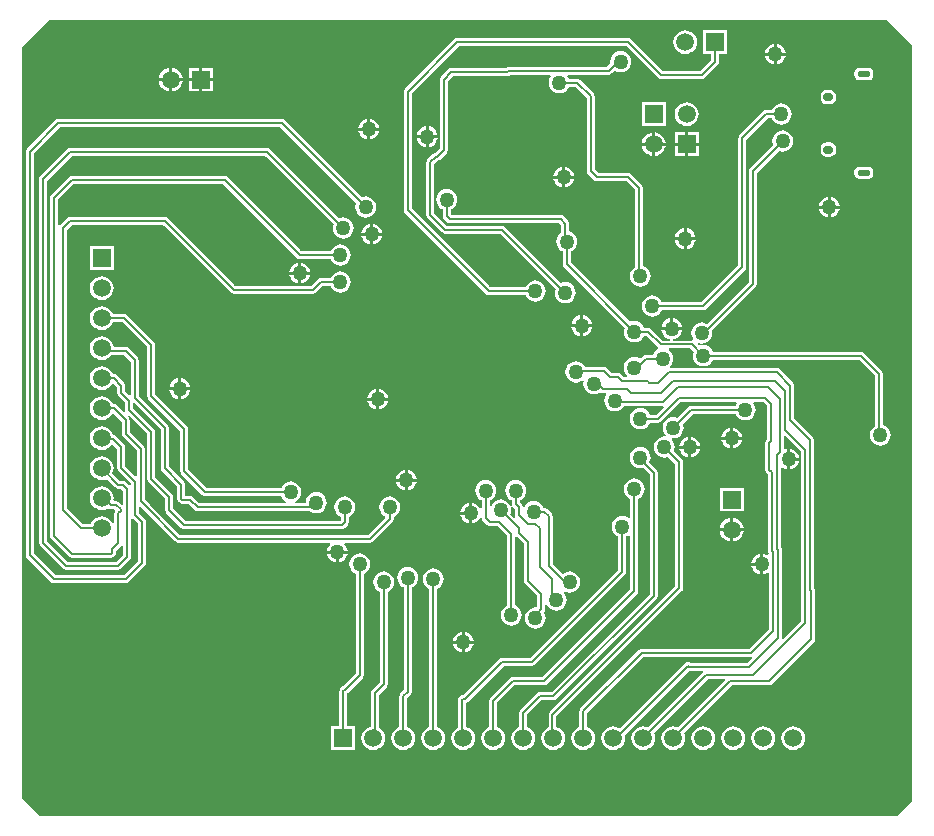
<source format=gbl>
G04*
G04 #@! TF.GenerationSoftware,Altium Limited,Altium Designer,20.1.14 (287)*
G04*
G04 Layer_Physical_Order=2*
G04 Layer_Color=16711680*
%FSLAX44Y44*%
%MOMM*%
G71*
G04*
G04 #@! TF.SameCoordinates,20106440-3F2D-40E8-AC6D-39A368FF7A92*
G04*
G04*
G04 #@! TF.FilePolarity,Positive*
G04*
G01*
G75*
%ADD16C,0.1500*%
%ADD51R,1.5000X1.5000*%
%ADD52C,1.5000*%
%ADD53R,1.5000X1.5000*%
G04:AMPARAMS|DCode=54|XSize=0.5mm|YSize=1.1mm|CornerRadius=0.125mm|HoleSize=0mm|Usage=FLASHONLY|Rotation=90.000|XOffset=0mm|YOffset=0mm|HoleType=Round|Shape=RoundedRectangle|*
%AMROUNDEDRECTD54*
21,1,0.5000,0.8500,0,0,90.0*
21,1,0.2500,1.1000,0,0,90.0*
1,1,0.2500,0.4250,0.1250*
1,1,0.2500,0.4250,-0.1250*
1,1,0.2500,-0.4250,-0.1250*
1,1,0.2500,-0.4250,0.1250*
%
%ADD54ROUNDEDRECTD54*%
G04:AMPARAMS|DCode=55|XSize=0.7mm|YSize=0.8mm|CornerRadius=0.2625mm|HoleSize=0mm|Usage=FLASHONLY|Rotation=90.000|XOffset=0mm|YOffset=0mm|HoleType=Round|Shape=RoundedRectangle|*
%AMROUNDEDRECTD55*
21,1,0.7000,0.2750,0,0,90.0*
21,1,0.1750,0.8000,0,0,90.0*
1,1,0.5250,0.1375,0.0875*
1,1,0.5250,0.1375,-0.0875*
1,1,0.5250,-0.1375,-0.0875*
1,1,0.5250,-0.1375,0.0875*
%
%ADD55ROUNDEDRECTD55*%
%ADD56C,1.2700*%
G36*
X1696720Y1377950D02*
Y737870D01*
X1684020Y725170D01*
X958850D01*
X943610Y740410D01*
Y900430D01*
X943610Y1376680D01*
X966470Y1399540D01*
X1675130D01*
X1696720Y1377950D01*
D02*
G37*
%LPC*%
G36*
X1582420Y1379129D02*
Y1371600D01*
X1589949D01*
X1589811Y1372651D01*
X1588915Y1374813D01*
X1587490Y1376670D01*
X1585633Y1378095D01*
X1583471Y1378991D01*
X1582420Y1379129D01*
D02*
G37*
G36*
X1579880D02*
X1578829Y1378991D01*
X1576667Y1378095D01*
X1574810Y1376670D01*
X1573385Y1374813D01*
X1572489Y1372651D01*
X1572350Y1371600D01*
X1579880D01*
Y1379129D01*
D02*
G37*
G36*
X1504950Y1390617D02*
X1502329Y1390272D01*
X1499887Y1389260D01*
X1497789Y1387651D01*
X1496180Y1385553D01*
X1495168Y1383111D01*
X1494823Y1380490D01*
X1495168Y1377869D01*
X1496180Y1375427D01*
X1497789Y1373329D01*
X1499887Y1371720D01*
X1502329Y1370708D01*
X1504950Y1370363D01*
X1507571Y1370708D01*
X1510013Y1371720D01*
X1512111Y1373329D01*
X1513720Y1375427D01*
X1514732Y1377869D01*
X1515077Y1380490D01*
X1514732Y1383111D01*
X1513720Y1385553D01*
X1512111Y1387651D01*
X1510013Y1389260D01*
X1507571Y1390272D01*
X1504950Y1390617D01*
D02*
G37*
G36*
X1589949Y1369060D02*
X1582420D01*
Y1361530D01*
X1583471Y1361669D01*
X1585633Y1362565D01*
X1587490Y1363990D01*
X1588915Y1365847D01*
X1589811Y1368009D01*
X1589949Y1369060D01*
D02*
G37*
G36*
X1579880D02*
X1572350D01*
X1572489Y1368009D01*
X1573385Y1365847D01*
X1574810Y1363990D01*
X1576667Y1362565D01*
X1578829Y1361669D01*
X1579880Y1361530D01*
Y1369060D01*
D02*
G37*
G36*
X1540390Y1390530D02*
X1520310D01*
Y1370450D01*
X1526996D01*
Y1365370D01*
X1517531Y1355905D01*
X1486019D01*
X1459062Y1382862D01*
X1457974Y1383589D01*
X1456690Y1383844D01*
X1311910D01*
X1310626Y1383589D01*
X1309538Y1382862D01*
X1267628Y1340952D01*
X1266901Y1339864D01*
X1266646Y1338580D01*
Y1238250D01*
X1266901Y1236966D01*
X1267628Y1235878D01*
X1336208Y1167298D01*
X1337296Y1166571D01*
X1338580Y1166316D01*
X1369717D01*
X1370185Y1165187D01*
X1371610Y1163330D01*
X1373467Y1161905D01*
X1375629Y1161009D01*
X1377950Y1160703D01*
X1380271Y1161009D01*
X1382433Y1161905D01*
X1384290Y1163330D01*
X1385715Y1165187D01*
X1386611Y1167349D01*
X1386917Y1169670D01*
X1386611Y1171991D01*
X1385715Y1174153D01*
X1384290Y1176010D01*
X1382433Y1177435D01*
X1380271Y1178331D01*
X1377950Y1178637D01*
X1375629Y1178331D01*
X1373467Y1177435D01*
X1371610Y1176010D01*
X1370185Y1174153D01*
X1369717Y1173025D01*
X1339969D01*
X1273354Y1239640D01*
Y1337191D01*
X1313300Y1377135D01*
X1455300D01*
X1482258Y1350178D01*
X1483346Y1349451D01*
X1484630Y1349196D01*
X1518920D01*
X1520204Y1349451D01*
X1521292Y1350178D01*
X1532722Y1361608D01*
X1533449Y1362696D01*
X1533705Y1363980D01*
Y1370450D01*
X1540390D01*
Y1390530D01*
D02*
G37*
G36*
X1450340Y1372947D02*
X1448019Y1372641D01*
X1445857Y1371745D01*
X1444000Y1370320D01*
X1442575Y1368463D01*
X1441679Y1366301D01*
X1441373Y1363980D01*
X1441569Y1362493D01*
X1438790Y1359715D01*
X1355441D01*
X1354158Y1359459D01*
X1353070Y1358732D01*
X1352782Y1358445D01*
X1306830D01*
X1305546Y1358189D01*
X1304458Y1357462D01*
X1298108Y1351112D01*
X1297381Y1350024D01*
X1297126Y1348740D01*
Y1290697D01*
X1293038Y1286610D01*
X1292225Y1286448D01*
X1291137Y1285721D01*
X1286678Y1281262D01*
X1285951Y1280174D01*
X1285695Y1278890D01*
Y1234440D01*
X1285951Y1233156D01*
X1286678Y1232068D01*
X1299378Y1219368D01*
X1300466Y1218641D01*
X1301750Y1218385D01*
X1348620D01*
X1395156Y1171850D01*
X1394689Y1170721D01*
X1394383Y1168400D01*
X1394689Y1166079D01*
X1395585Y1163917D01*
X1397010Y1162060D01*
X1398867Y1160635D01*
X1401029Y1159739D01*
X1403350Y1159433D01*
X1405671Y1159739D01*
X1407833Y1160635D01*
X1409690Y1162060D01*
X1411115Y1163917D01*
X1412011Y1166079D01*
X1412317Y1168400D01*
X1412011Y1170721D01*
X1411115Y1172883D01*
X1409690Y1174740D01*
X1407833Y1176165D01*
X1405671Y1177061D01*
X1403350Y1177367D01*
X1401029Y1177061D01*
X1399900Y1176594D01*
X1352382Y1224112D01*
X1351294Y1224839D01*
X1350010Y1225095D01*
X1303139D01*
X1292404Y1235829D01*
Y1277501D01*
X1294992Y1280088D01*
X1295805Y1280250D01*
X1296893Y1280977D01*
X1302852Y1286935D01*
X1303579Y1288024D01*
X1303835Y1289307D01*
Y1347350D01*
X1308219Y1351736D01*
X1354171D01*
X1355455Y1351991D01*
X1356543Y1352718D01*
X1356831Y1353006D01*
X1390686D01*
X1391312Y1351736D01*
X1390505Y1350683D01*
X1389609Y1348521D01*
X1389303Y1346200D01*
X1389609Y1343879D01*
X1390505Y1341717D01*
X1391930Y1339860D01*
X1393787Y1338435D01*
X1395949Y1337539D01*
X1398270Y1337233D01*
X1400591Y1337539D01*
X1402753Y1338435D01*
X1404610Y1339860D01*
X1406035Y1341717D01*
X1406503Y1342845D01*
X1412121D01*
X1421586Y1333380D01*
Y1271270D01*
X1421841Y1269986D01*
X1422568Y1268898D01*
X1427648Y1263818D01*
X1428736Y1263091D01*
X1430020Y1262835D01*
X1455300D01*
X1462225Y1255910D01*
Y1190027D01*
X1460510Y1188710D01*
X1459085Y1186853D01*
X1458189Y1184691D01*
X1457883Y1182370D01*
X1458189Y1180049D01*
X1459085Y1177887D01*
X1460510Y1176030D01*
X1462367Y1174605D01*
X1464529Y1173709D01*
X1466850Y1173403D01*
X1469171Y1173709D01*
X1471333Y1174605D01*
X1473190Y1176030D01*
X1474615Y1177887D01*
X1475511Y1180049D01*
X1475817Y1182370D01*
X1475511Y1184691D01*
X1474615Y1186853D01*
X1473190Y1188710D01*
X1471333Y1190135D01*
X1469171Y1191031D01*
X1468934Y1191062D01*
Y1257300D01*
X1468679Y1258584D01*
X1467952Y1259672D01*
X1459062Y1268562D01*
X1457974Y1269289D01*
X1456690Y1269545D01*
X1431409D01*
X1428295Y1272660D01*
Y1334770D01*
X1428039Y1336054D01*
X1427312Y1337142D01*
X1415882Y1348572D01*
X1414794Y1349299D01*
X1413510Y1349554D01*
X1406503D01*
X1406035Y1350683D01*
X1405228Y1351736D01*
X1405854Y1353006D01*
X1440180D01*
X1441464Y1353261D01*
X1442552Y1353988D01*
X1445247Y1356683D01*
X1445857Y1356215D01*
X1448019Y1355319D01*
X1450340Y1355013D01*
X1452661Y1355319D01*
X1454823Y1356215D01*
X1456680Y1357640D01*
X1458105Y1359497D01*
X1459001Y1361659D01*
X1459307Y1363980D01*
X1459001Y1366301D01*
X1458105Y1368463D01*
X1456680Y1370320D01*
X1454823Y1371745D01*
X1452661Y1372641D01*
X1450340Y1372947D01*
D02*
G37*
G36*
X1070610Y1358699D02*
Y1350010D01*
X1079299D01*
X1079122Y1351361D01*
X1078110Y1353803D01*
X1076501Y1355901D01*
X1074403Y1357510D01*
X1071961Y1358522D01*
X1070610Y1358699D01*
D02*
G37*
G36*
X1104780Y1358780D02*
X1096010D01*
Y1350010D01*
X1104780D01*
Y1358780D01*
D02*
G37*
G36*
X1068070Y1358699D02*
X1066719Y1358522D01*
X1064277Y1357510D01*
X1062179Y1355901D01*
X1060570Y1353803D01*
X1059558Y1351361D01*
X1059381Y1350010D01*
X1068070D01*
Y1358699D01*
D02*
G37*
G36*
X1093470Y1358780D02*
X1084700D01*
Y1350010D01*
X1093470D01*
Y1358780D01*
D02*
G37*
G36*
X1660410Y1358624D02*
X1651910D01*
X1650431Y1358330D01*
X1649178Y1357492D01*
X1648340Y1356239D01*
X1648046Y1354760D01*
Y1353609D01*
X1648026Y1353510D01*
X1648046Y1353411D01*
Y1352260D01*
X1648340Y1350781D01*
X1649178Y1349528D01*
X1650431Y1348690D01*
X1651910Y1348396D01*
X1660410D01*
X1661889Y1348690D01*
X1663142Y1349528D01*
X1663980Y1350781D01*
X1664274Y1352260D01*
Y1353411D01*
X1664294Y1353510D01*
X1664274Y1353609D01*
Y1354760D01*
X1663980Y1356239D01*
X1663142Y1357492D01*
X1661889Y1358330D01*
X1660410Y1358624D01*
D02*
G37*
G36*
X1079299Y1347470D02*
X1070610D01*
Y1338781D01*
X1071961Y1338958D01*
X1074403Y1339970D01*
X1076501Y1341579D01*
X1078110Y1343677D01*
X1079122Y1346119D01*
X1079299Y1347470D01*
D02*
G37*
G36*
X1068070D02*
X1059381D01*
X1059558Y1346119D01*
X1060570Y1343677D01*
X1062179Y1341579D01*
X1064277Y1339970D01*
X1066719Y1338958D01*
X1068070Y1338781D01*
Y1347470D01*
D02*
G37*
G36*
X1104780D02*
X1096010D01*
Y1338700D01*
X1104780D01*
Y1347470D01*
D02*
G37*
G36*
X1093470D02*
X1084700D01*
Y1338700D01*
X1093470D01*
Y1347470D01*
D02*
G37*
G36*
X1627535Y1340151D02*
X1624785D01*
X1622770Y1339750D01*
X1621061Y1338609D01*
X1619920Y1336900D01*
X1619519Y1334885D01*
Y1334072D01*
X1619507Y1334010D01*
X1619519Y1333948D01*
Y1333135D01*
X1619920Y1331120D01*
X1621061Y1329411D01*
X1622770Y1328270D01*
X1624785Y1327869D01*
X1627535D01*
X1629550Y1328270D01*
X1631259Y1329411D01*
X1632400Y1331120D01*
X1632801Y1333135D01*
Y1333948D01*
X1632813Y1334010D01*
X1632801Y1334072D01*
Y1334885D01*
X1632400Y1336900D01*
X1631259Y1338609D01*
X1629550Y1339750D01*
X1627535Y1340151D01*
D02*
G37*
G36*
X1586230Y1328497D02*
X1583909Y1328191D01*
X1581747Y1327295D01*
X1579890Y1325870D01*
X1578465Y1324013D01*
X1577997Y1322885D01*
X1573530D01*
X1572246Y1322629D01*
X1571158Y1321902D01*
X1550838Y1301582D01*
X1550111Y1300494D01*
X1549855Y1299210D01*
Y1191379D01*
X1518801Y1160324D01*
X1485243D01*
X1484775Y1161453D01*
X1483350Y1163310D01*
X1481493Y1164735D01*
X1479331Y1165631D01*
X1477010Y1165937D01*
X1474689Y1165631D01*
X1472527Y1164735D01*
X1470670Y1163310D01*
X1469245Y1161453D01*
X1468349Y1159291D01*
X1468043Y1156970D01*
X1468349Y1154649D01*
X1469245Y1152487D01*
X1470670Y1150630D01*
X1472527Y1149205D01*
X1474689Y1148309D01*
X1477010Y1148003D01*
X1479331Y1148309D01*
X1481493Y1149205D01*
X1483350Y1150630D01*
X1484775Y1152487D01*
X1485243Y1153615D01*
X1520190D01*
X1521474Y1153871D01*
X1522562Y1154598D01*
X1555582Y1187618D01*
X1556309Y1188706D01*
X1556564Y1189990D01*
Y1297820D01*
X1574919Y1316176D01*
X1577997D01*
X1578465Y1315047D01*
X1579890Y1313190D01*
X1581747Y1311765D01*
X1583909Y1310869D01*
X1586230Y1310563D01*
X1588551Y1310869D01*
X1590713Y1311765D01*
X1592570Y1313190D01*
X1593995Y1315047D01*
X1594891Y1317209D01*
X1595197Y1319530D01*
X1594891Y1321851D01*
X1593995Y1324013D01*
X1592570Y1325870D01*
X1590713Y1327295D01*
X1588551Y1328191D01*
X1586230Y1328497D01*
D02*
G37*
G36*
X1488320Y1329570D02*
X1468240D01*
Y1309490D01*
X1488320D01*
Y1329570D01*
D02*
G37*
G36*
X1506220Y1329657D02*
X1503599Y1329312D01*
X1501157Y1328300D01*
X1499059Y1326691D01*
X1497450Y1324593D01*
X1496438Y1322151D01*
X1496093Y1319530D01*
X1496438Y1316909D01*
X1497450Y1314467D01*
X1499059Y1312369D01*
X1501157Y1310760D01*
X1503599Y1309748D01*
X1506220Y1309403D01*
X1508841Y1309748D01*
X1511283Y1310760D01*
X1513381Y1312369D01*
X1514990Y1314467D01*
X1516002Y1316909D01*
X1516347Y1319530D01*
X1516002Y1322151D01*
X1514990Y1324593D01*
X1513381Y1326691D01*
X1511283Y1328300D01*
X1508841Y1329312D01*
X1506220Y1329657D01*
D02*
G37*
G36*
X1238250Y1315629D02*
Y1308100D01*
X1245779D01*
X1245641Y1309151D01*
X1244745Y1311313D01*
X1243320Y1313170D01*
X1241463Y1314595D01*
X1239301Y1315491D01*
X1238250Y1315629D01*
D02*
G37*
G36*
X1235710D02*
X1234659Y1315491D01*
X1232497Y1314595D01*
X1230640Y1313170D01*
X1229215Y1311313D01*
X1228319Y1309151D01*
X1228180Y1308100D01*
X1235710D01*
Y1315629D01*
D02*
G37*
G36*
X1287780Y1309279D02*
Y1301750D01*
X1295309D01*
X1295171Y1302801D01*
X1294275Y1304963D01*
X1292850Y1306820D01*
X1290993Y1308245D01*
X1288831Y1309141D01*
X1287780Y1309279D01*
D02*
G37*
G36*
X1285240D02*
X1284189Y1309141D01*
X1282027Y1308245D01*
X1280170Y1306820D01*
X1278745Y1304963D01*
X1277849Y1302801D01*
X1277710Y1301750D01*
X1285240D01*
Y1309279D01*
D02*
G37*
G36*
X1245779Y1305560D02*
X1238250D01*
Y1298031D01*
X1239301Y1298169D01*
X1241463Y1299065D01*
X1243320Y1300490D01*
X1244745Y1302347D01*
X1245641Y1304509D01*
X1245779Y1305560D01*
D02*
G37*
G36*
X1235710D02*
X1228180D01*
X1228319Y1304509D01*
X1229215Y1302347D01*
X1230640Y1300490D01*
X1232497Y1299065D01*
X1234659Y1298169D01*
X1235710Y1298031D01*
Y1305560D01*
D02*
G37*
G36*
X1516260Y1304170D02*
X1507490D01*
Y1295400D01*
X1516260D01*
Y1304170D01*
D02*
G37*
G36*
X1479550Y1304089D02*
Y1295400D01*
X1488239D01*
X1488062Y1296751D01*
X1487050Y1299193D01*
X1485441Y1301291D01*
X1483343Y1302900D01*
X1480901Y1303912D01*
X1479550Y1304089D01*
D02*
G37*
G36*
X1477010D02*
X1475659Y1303912D01*
X1473217Y1302900D01*
X1471119Y1301291D01*
X1469510Y1299193D01*
X1468498Y1296751D01*
X1468321Y1295400D01*
X1477010D01*
Y1304089D01*
D02*
G37*
G36*
X1504950Y1304170D02*
X1496180D01*
Y1295400D01*
X1504950D01*
Y1304170D01*
D02*
G37*
G36*
X1295309Y1299210D02*
X1287780D01*
Y1291680D01*
X1288831Y1291819D01*
X1290993Y1292715D01*
X1292850Y1294140D01*
X1294275Y1295997D01*
X1295171Y1298159D01*
X1295309Y1299210D01*
D02*
G37*
G36*
X1285240D02*
X1277710D01*
X1277849Y1298159D01*
X1278745Y1295997D01*
X1280170Y1294140D01*
X1282027Y1292715D01*
X1284189Y1291819D01*
X1285240Y1291680D01*
Y1299210D01*
D02*
G37*
G36*
X1587500Y1305637D02*
X1585179Y1305331D01*
X1583017Y1304435D01*
X1581160Y1303010D01*
X1579735Y1301153D01*
X1578839Y1298991D01*
X1578533Y1296670D01*
X1578839Y1294349D01*
X1579306Y1293220D01*
X1559728Y1273642D01*
X1559001Y1272554D01*
X1558746Y1271270D01*
Y1177410D01*
X1523268Y1141932D01*
X1521241Y1142771D01*
X1518920Y1143077D01*
X1516599Y1142771D01*
X1514437Y1141875D01*
X1512580Y1140450D01*
X1511155Y1138593D01*
X1510259Y1136431D01*
X1509953Y1134110D01*
X1510259Y1131789D01*
X1511155Y1129627D01*
X1511682Y1128940D01*
X1510965Y1127788D01*
X1510780Y1127824D01*
X1494675D01*
X1494592Y1129094D01*
X1495841Y1129259D01*
X1498003Y1130155D01*
X1499860Y1131580D01*
X1501285Y1133437D01*
X1502181Y1135599D01*
X1502319Y1136650D01*
X1484720D01*
X1484859Y1135599D01*
X1485755Y1133437D01*
X1487180Y1131580D01*
X1489037Y1130155D01*
X1491199Y1129259D01*
X1492448Y1129094D01*
X1492365Y1127824D01*
X1485836D01*
X1475909Y1137752D01*
X1474821Y1138479D01*
X1473537Y1138735D01*
X1470003D01*
X1469535Y1139863D01*
X1468110Y1141720D01*
X1466253Y1143145D01*
X1464091Y1144041D01*
X1461770Y1144347D01*
X1459449Y1144041D01*
X1458320Y1143574D01*
X1407975Y1193920D01*
Y1203347D01*
X1409103Y1203815D01*
X1410960Y1205240D01*
X1412385Y1207097D01*
X1413281Y1209259D01*
X1413587Y1211580D01*
X1413281Y1213901D01*
X1412385Y1216063D01*
X1410960Y1217920D01*
X1409103Y1219345D01*
X1406941Y1220241D01*
X1406705Y1220272D01*
Y1226820D01*
X1406449Y1228104D01*
X1405722Y1229192D01*
X1401912Y1233002D01*
X1400824Y1233729D01*
X1399540Y1233985D01*
X1306949D01*
X1306375Y1234559D01*
Y1238907D01*
X1307503Y1239375D01*
X1309360Y1240800D01*
X1310785Y1242657D01*
X1311681Y1244819D01*
X1311987Y1247140D01*
X1311681Y1249461D01*
X1310785Y1251623D01*
X1309360Y1253480D01*
X1307503Y1254905D01*
X1305341Y1255801D01*
X1303020Y1256107D01*
X1300699Y1255801D01*
X1298537Y1254905D01*
X1296680Y1253480D01*
X1295255Y1251623D01*
X1294359Y1249461D01*
X1294053Y1247140D01*
X1294359Y1244819D01*
X1295255Y1242657D01*
X1296680Y1240800D01*
X1298537Y1239375D01*
X1299666Y1238907D01*
Y1233170D01*
X1299921Y1231886D01*
X1300648Y1230798D01*
X1303188Y1228258D01*
X1304276Y1227531D01*
X1305560Y1227275D01*
X1398150D01*
X1399996Y1225431D01*
Y1219237D01*
X1398280Y1217920D01*
X1396855Y1216063D01*
X1395959Y1213901D01*
X1395653Y1211580D01*
X1395959Y1209259D01*
X1396855Y1207097D01*
X1398280Y1205240D01*
X1400137Y1203815D01*
X1401266Y1203347D01*
Y1192530D01*
X1401521Y1191246D01*
X1402248Y1190158D01*
X1453576Y1138830D01*
X1453109Y1137701D01*
X1452803Y1135380D01*
X1453109Y1133059D01*
X1454005Y1130897D01*
X1455430Y1129040D01*
X1457287Y1127615D01*
X1459449Y1126719D01*
X1461770Y1126413D01*
X1464091Y1126719D01*
X1466253Y1127615D01*
X1468110Y1129040D01*
X1469535Y1130897D01*
X1470003Y1132026D01*
X1472148D01*
X1482075Y1122098D01*
X1482228Y1121996D01*
X1482087Y1120563D01*
X1481417Y1120285D01*
X1479560Y1118860D01*
X1478135Y1117003D01*
X1477667Y1115874D01*
X1471930D01*
X1470646Y1115619D01*
X1469558Y1114892D01*
X1466863Y1112197D01*
X1466253Y1112665D01*
X1464091Y1113561D01*
X1461770Y1113867D01*
X1459449Y1113561D01*
X1457287Y1112665D01*
X1455430Y1111240D01*
X1454005Y1109383D01*
X1453109Y1107221D01*
X1452803Y1104900D01*
X1453109Y1102579D01*
X1454005Y1100417D01*
X1455430Y1098560D01*
X1456036Y1098094D01*
X1455605Y1096824D01*
X1453000D01*
X1450172Y1099652D01*
X1449084Y1100379D01*
X1447800Y1100635D01*
X1442840D01*
X1438742Y1104732D01*
X1437654Y1105459D01*
X1436370Y1105714D01*
X1420142D01*
X1418719Y1107569D01*
X1416862Y1108994D01*
X1414700Y1109890D01*
X1412379Y1110195D01*
X1410058Y1109890D01*
X1407895Y1108994D01*
X1406038Y1107569D01*
X1404613Y1105712D01*
X1403717Y1103549D01*
X1403412Y1101229D01*
X1403717Y1098908D01*
X1404613Y1096745D01*
X1406038Y1094888D01*
X1407895Y1093463D01*
X1410058Y1092568D01*
X1412379Y1092262D01*
X1414700Y1092568D01*
X1416862Y1093463D01*
X1417972Y1094315D01*
X1419015Y1093514D01*
X1418967Y1093399D01*
X1418661Y1091078D01*
X1418967Y1088757D01*
X1419863Y1086595D01*
X1421288Y1084738D01*
X1423145Y1083313D01*
X1425307Y1082417D01*
X1427628Y1082112D01*
X1429949Y1082417D01*
X1432112Y1083313D01*
X1433053Y1084035D01*
X1433853Y1083501D01*
X1435137Y1083246D01*
X1437442D01*
X1438004Y1082106D01*
X1437495Y1081443D01*
X1436599Y1079281D01*
X1436293Y1076960D01*
X1436599Y1074639D01*
X1437495Y1072477D01*
X1438920Y1070620D01*
X1440777Y1069195D01*
X1442939Y1068299D01*
X1445260Y1067993D01*
X1447581Y1068299D01*
X1449743Y1069195D01*
X1451600Y1070620D01*
X1452917Y1072336D01*
X1485900D01*
X1486232Y1072402D01*
X1486857Y1071231D01*
X1480701Y1065074D01*
X1475083D01*
X1474615Y1066203D01*
X1473190Y1068060D01*
X1471333Y1069485D01*
X1469171Y1070381D01*
X1466850Y1070687D01*
X1464529Y1070381D01*
X1462367Y1069485D01*
X1460510Y1068060D01*
X1459085Y1066203D01*
X1458189Y1064041D01*
X1457883Y1061720D01*
X1458189Y1059399D01*
X1459085Y1057237D01*
X1460510Y1055380D01*
X1462367Y1053955D01*
X1464529Y1053059D01*
X1466850Y1052753D01*
X1469171Y1053059D01*
X1471333Y1053955D01*
X1473190Y1055380D01*
X1474615Y1057237D01*
X1475083Y1058365D01*
X1482090D01*
X1483374Y1058621D01*
X1484462Y1059348D01*
X1501259Y1076145D01*
X1548166D01*
X1548792Y1074875D01*
X1547985Y1073823D01*
X1547517Y1072694D01*
X1510030D01*
X1508746Y1072439D01*
X1507658Y1071712D01*
X1498240Y1062294D01*
X1497111Y1062761D01*
X1494790Y1063067D01*
X1492469Y1062761D01*
X1490307Y1061865D01*
X1488450Y1060440D01*
X1487025Y1058583D01*
X1486129Y1056421D01*
X1485823Y1054100D01*
X1486129Y1051779D01*
X1487025Y1049617D01*
X1488450Y1047760D01*
X1488592Y1047651D01*
X1488089Y1046436D01*
X1487170Y1046557D01*
X1484849Y1046251D01*
X1482687Y1045355D01*
X1480830Y1043930D01*
X1479405Y1042073D01*
X1478509Y1039911D01*
X1478203Y1037590D01*
X1478509Y1035269D01*
X1479405Y1033107D01*
X1480830Y1031250D01*
X1482687Y1029825D01*
X1484849Y1028929D01*
X1487170Y1028623D01*
X1489491Y1028929D01*
X1490620Y1029396D01*
X1496516Y1023501D01*
Y919600D01*
X1390169Y813253D01*
X1389442Y812165D01*
X1389187Y810881D01*
Y800419D01*
X1388127Y799980D01*
X1386029Y798371D01*
X1384420Y796273D01*
X1383408Y793831D01*
X1383063Y791210D01*
X1383408Y788589D01*
X1384420Y786147D01*
X1386029Y784049D01*
X1388127Y782440D01*
X1390569Y781428D01*
X1393190Y781083D01*
X1395811Y781428D01*
X1398253Y782440D01*
X1400351Y784049D01*
X1401960Y786147D01*
X1402972Y788589D01*
X1403317Y791210D01*
X1402972Y793831D01*
X1401960Y796273D01*
X1400351Y798371D01*
X1398253Y799980D01*
X1395896Y800956D01*
Y809492D01*
X1502242Y915838D01*
X1502969Y916926D01*
X1503224Y918210D01*
Y1024890D01*
X1502969Y1026174D01*
X1502242Y1027262D01*
X1495364Y1034140D01*
X1495831Y1035269D01*
X1496137Y1037590D01*
X1495831Y1039911D01*
X1494935Y1042073D01*
X1493510Y1043930D01*
X1493368Y1044040D01*
X1493871Y1045254D01*
X1494790Y1045133D01*
X1497111Y1045439D01*
X1499273Y1046335D01*
X1501130Y1047760D01*
X1502555Y1049617D01*
X1503451Y1051779D01*
X1503757Y1054100D01*
X1503451Y1056421D01*
X1502984Y1057550D01*
X1511420Y1065985D01*
X1547517D01*
X1547985Y1064857D01*
X1549410Y1063000D01*
X1551267Y1061575D01*
X1553429Y1060679D01*
X1555750Y1060373D01*
X1558071Y1060679D01*
X1560233Y1061575D01*
X1562090Y1063000D01*
X1563515Y1064857D01*
X1564411Y1067019D01*
X1564717Y1069340D01*
X1564411Y1071661D01*
X1563515Y1073823D01*
X1562708Y1074875D01*
X1563334Y1076145D01*
X1570871D01*
X1573985Y1073030D01*
Y1044060D01*
X1573698Y1043772D01*
X1572971Y1042684D01*
X1572715Y1041400D01*
Y1018540D01*
X1572971Y1017256D01*
X1573698Y1016168D01*
X1575026Y1014840D01*
Y949670D01*
X1575281Y948386D01*
X1575863Y947515D01*
X1575708Y946676D01*
X1574417Y946132D01*
X1574203Y946295D01*
X1572041Y947191D01*
X1570990Y947329D01*
Y938530D01*
Y929731D01*
X1572041Y929869D01*
X1574203Y930765D01*
X1574866Y931273D01*
X1576006Y930712D01*
Y883520D01*
X1559440Y866954D01*
X1468120D01*
X1466836Y866699D01*
X1465748Y865972D01*
X1416218Y816442D01*
X1415491Y815354D01*
X1415235Y814070D01*
Y800688D01*
X1413527Y799980D01*
X1411429Y798371D01*
X1409820Y796273D01*
X1408808Y793831D01*
X1408463Y791210D01*
X1408808Y788589D01*
X1409820Y786147D01*
X1411429Y784049D01*
X1413527Y782440D01*
X1415969Y781428D01*
X1418590Y781083D01*
X1421211Y781428D01*
X1423653Y782440D01*
X1425751Y784049D01*
X1427360Y786147D01*
X1428372Y788589D01*
X1428717Y791210D01*
X1428372Y793831D01*
X1427360Y796273D01*
X1425751Y798371D01*
X1423653Y799980D01*
X1421944Y800688D01*
Y812681D01*
X1469509Y860246D01*
X1560830D01*
X1561161Y860312D01*
X1561787Y859141D01*
X1557779Y855133D01*
X1508977D01*
X1508774Y855269D01*
X1507490Y855525D01*
X1506206Y855269D01*
X1505118Y854542D01*
X1449904Y799327D01*
X1449053Y799980D01*
X1446611Y800992D01*
X1443990Y801337D01*
X1441369Y800992D01*
X1438927Y799980D01*
X1436829Y798371D01*
X1435220Y796273D01*
X1434208Y793831D01*
X1433863Y791210D01*
X1434208Y788589D01*
X1435220Y786147D01*
X1436829Y784049D01*
X1438927Y782440D01*
X1441369Y781428D01*
X1443990Y781083D01*
X1446611Y781428D01*
X1449053Y782440D01*
X1451151Y784049D01*
X1452760Y786147D01*
X1453772Y788589D01*
X1454117Y791210D01*
X1453786Y793722D01*
X1508488Y848424D01*
X1520320D01*
X1520706Y847154D01*
X1520358Y846922D01*
X1473720Y800284D01*
X1472011Y800992D01*
X1469390Y801337D01*
X1466769Y800992D01*
X1464327Y799980D01*
X1462229Y798371D01*
X1460620Y796273D01*
X1459608Y793831D01*
X1459263Y791210D01*
X1459608Y788589D01*
X1460620Y786147D01*
X1462229Y784049D01*
X1464327Y782440D01*
X1466769Y781428D01*
X1469390Y781083D01*
X1472011Y781428D01*
X1474453Y782440D01*
X1476551Y784049D01*
X1478160Y786147D01*
X1479172Y788589D01*
X1479517Y791210D01*
X1479172Y793831D01*
X1478464Y795540D01*
X1524120Y841196D01*
X1538372D01*
X1538858Y840022D01*
X1499120Y800284D01*
X1497411Y800992D01*
X1494790Y801337D01*
X1492169Y800992D01*
X1489727Y799980D01*
X1487629Y798371D01*
X1486020Y796273D01*
X1485008Y793831D01*
X1484663Y791210D01*
X1485008Y788589D01*
X1486020Y786147D01*
X1487629Y784049D01*
X1489727Y782440D01*
X1492169Y781428D01*
X1494790Y781083D01*
X1497411Y781428D01*
X1499853Y782440D01*
X1501951Y784049D01*
X1503560Y786147D01*
X1504572Y788589D01*
X1504917Y791210D01*
X1504572Y793831D01*
X1503864Y795540D01*
X1544440Y836115D01*
X1576070D01*
X1577354Y836371D01*
X1578442Y837098D01*
X1614002Y872658D01*
X1614729Y873746D01*
X1614984Y875030D01*
Y915670D01*
X1614729Y916954D01*
X1614002Y918042D01*
X1613714Y918329D01*
Y1043940D01*
X1613459Y1045224D01*
X1612732Y1046312D01*
X1597204Y1061840D01*
Y1089660D01*
X1596949Y1090944D01*
X1596222Y1092032D01*
X1584792Y1103462D01*
X1583704Y1104189D01*
X1582420Y1104445D01*
X1492065D01*
X1491634Y1105714D01*
X1492240Y1106180D01*
X1493665Y1108037D01*
X1494561Y1110199D01*
X1494867Y1112520D01*
X1494561Y1114841D01*
X1493665Y1117003D01*
X1492240Y1118860D01*
X1490957Y1119846D01*
X1491388Y1121115D01*
X1509391D01*
X1511996Y1118510D01*
X1511529Y1117381D01*
X1511223Y1115060D01*
X1511529Y1112739D01*
X1512425Y1110577D01*
X1513850Y1108720D01*
X1515707Y1107295D01*
X1517869Y1106399D01*
X1520190Y1106093D01*
X1522511Y1106399D01*
X1524673Y1107295D01*
X1526530Y1108720D01*
X1527955Y1110577D01*
X1528423Y1111705D01*
X1652151D01*
X1665426Y1098430D01*
Y1055407D01*
X1663710Y1054090D01*
X1662285Y1052233D01*
X1661389Y1050071D01*
X1661083Y1047750D01*
X1661389Y1045429D01*
X1662285Y1043267D01*
X1663710Y1041410D01*
X1665567Y1039985D01*
X1667729Y1039089D01*
X1670050Y1038783D01*
X1672371Y1039089D01*
X1674533Y1039985D01*
X1676390Y1041410D01*
X1677815Y1043267D01*
X1678711Y1045429D01*
X1679017Y1047750D01*
X1678711Y1050071D01*
X1677815Y1052233D01*
X1676390Y1054090D01*
X1674533Y1055515D01*
X1672371Y1056411D01*
X1672135Y1056442D01*
Y1099820D01*
X1671879Y1101104D01*
X1671152Y1102192D01*
X1655912Y1117432D01*
X1654824Y1118159D01*
X1653540Y1118415D01*
X1528423D01*
X1527955Y1119543D01*
X1526530Y1121400D01*
X1524673Y1122825D01*
X1522511Y1123721D01*
X1520190Y1124027D01*
X1517869Y1123721D01*
X1516740Y1123254D01*
X1515439Y1124555D01*
X1516159Y1125631D01*
X1516599Y1125449D01*
X1518920Y1125143D01*
X1521241Y1125449D01*
X1523403Y1126345D01*
X1525260Y1127770D01*
X1526685Y1129627D01*
X1527581Y1131789D01*
X1527887Y1134110D01*
X1527581Y1136431D01*
X1527486Y1136662D01*
X1564472Y1173648D01*
X1565199Y1174736D01*
X1565455Y1176020D01*
Y1269881D01*
X1584050Y1288476D01*
X1585179Y1288009D01*
X1587500Y1287703D01*
X1589821Y1288009D01*
X1591983Y1288905D01*
X1593840Y1290330D01*
X1595265Y1292187D01*
X1596161Y1294349D01*
X1596467Y1296670D01*
X1596161Y1298991D01*
X1595265Y1301153D01*
X1593840Y1303010D01*
X1591983Y1304435D01*
X1589821Y1305331D01*
X1587500Y1305637D01*
D02*
G37*
G36*
X1488239Y1292860D02*
X1479550D01*
Y1284171D01*
X1480901Y1284348D01*
X1483343Y1285360D01*
X1485441Y1286969D01*
X1487050Y1289067D01*
X1488062Y1291509D01*
X1488239Y1292860D01*
D02*
G37*
G36*
X1477010D02*
X1468321D01*
X1468498Y1291509D01*
X1469510Y1289067D01*
X1471119Y1286969D01*
X1473217Y1285360D01*
X1475659Y1284348D01*
X1477010Y1284171D01*
Y1292860D01*
D02*
G37*
G36*
X1516260D02*
X1507490D01*
Y1284090D01*
X1516260D01*
Y1292860D01*
D02*
G37*
G36*
X1504950D02*
X1496180D01*
Y1284090D01*
X1504950D01*
Y1292860D01*
D02*
G37*
G36*
X1627535Y1295651D02*
X1624785D01*
X1622770Y1295250D01*
X1621061Y1294109D01*
X1619920Y1292400D01*
X1619519Y1290385D01*
Y1289572D01*
X1619507Y1289510D01*
X1619519Y1289448D01*
Y1288635D01*
X1619920Y1286620D01*
X1621061Y1284911D01*
X1622770Y1283770D01*
X1624785Y1283369D01*
X1627535D01*
X1629550Y1283770D01*
X1631259Y1284911D01*
X1632400Y1286620D01*
X1632801Y1288635D01*
Y1289448D01*
X1632813Y1289510D01*
X1632801Y1289572D01*
Y1290385D01*
X1632400Y1292400D01*
X1631259Y1294109D01*
X1629550Y1295250D01*
X1627535Y1295651D01*
D02*
G37*
G36*
X1403350Y1274989D02*
Y1267460D01*
X1410880D01*
X1410741Y1268511D01*
X1409845Y1270673D01*
X1408420Y1272530D01*
X1406563Y1273955D01*
X1404401Y1274851D01*
X1403350Y1274989D01*
D02*
G37*
G36*
X1400810D02*
X1399759Y1274851D01*
X1397597Y1273955D01*
X1395740Y1272530D01*
X1394315Y1270673D01*
X1393419Y1268511D01*
X1393280Y1267460D01*
X1400810D01*
Y1274989D01*
D02*
G37*
G36*
X1660410Y1275124D02*
X1651910D01*
X1650431Y1274830D01*
X1649178Y1273992D01*
X1648340Y1272739D01*
X1648046Y1271260D01*
Y1270109D01*
X1648026Y1270010D01*
X1648046Y1269911D01*
Y1268760D01*
X1648340Y1267281D01*
X1649178Y1266028D01*
X1650431Y1265190D01*
X1651910Y1264896D01*
X1660410D01*
X1661889Y1265190D01*
X1663142Y1266028D01*
X1663980Y1267281D01*
X1664274Y1268760D01*
Y1269911D01*
X1664294Y1270010D01*
X1664274Y1270109D01*
Y1271260D01*
X1663980Y1272739D01*
X1663142Y1273992D01*
X1661889Y1274830D01*
X1660410Y1275124D01*
D02*
G37*
G36*
X1410880Y1264920D02*
X1403350D01*
Y1257391D01*
X1404401Y1257529D01*
X1406563Y1258425D01*
X1408420Y1259850D01*
X1409845Y1261707D01*
X1410741Y1263869D01*
X1410880Y1264920D01*
D02*
G37*
G36*
X1400810D02*
X1393280D01*
X1393419Y1263869D01*
X1394315Y1261707D01*
X1395740Y1259850D01*
X1397597Y1258425D01*
X1399759Y1257529D01*
X1400810Y1257391D01*
Y1264920D01*
D02*
G37*
G36*
X1628140Y1249589D02*
Y1242060D01*
X1635670D01*
X1635531Y1243111D01*
X1634635Y1245273D01*
X1633210Y1247130D01*
X1631353Y1248555D01*
X1629191Y1249451D01*
X1628140Y1249589D01*
D02*
G37*
G36*
X1625600D02*
X1624549Y1249451D01*
X1622387Y1248555D01*
X1620530Y1247130D01*
X1619105Y1245273D01*
X1618209Y1243111D01*
X1618071Y1242060D01*
X1625600D01*
Y1249589D01*
D02*
G37*
G36*
X1635670Y1239520D02*
X1628140D01*
Y1231991D01*
X1629191Y1232129D01*
X1631353Y1233025D01*
X1633210Y1234450D01*
X1634635Y1236307D01*
X1635531Y1238469D01*
X1635670Y1239520D01*
D02*
G37*
G36*
X1625600D02*
X1618071D01*
X1618209Y1238469D01*
X1619105Y1236307D01*
X1620530Y1234450D01*
X1622387Y1233025D01*
X1624549Y1232129D01*
X1625600Y1231991D01*
Y1239520D01*
D02*
G37*
G36*
X1163320Y1315264D02*
X974090D01*
X972806Y1315009D01*
X971718Y1314282D01*
X947588Y1290152D01*
X946861Y1289064D01*
X946606Y1287780D01*
Y946150D01*
X946861Y944866D01*
X947588Y943778D01*
X967908Y923458D01*
X968996Y922731D01*
X970280Y922476D01*
X1031240D01*
X1032524Y922731D01*
X1033612Y923458D01*
X1047582Y937428D01*
X1048309Y938516D01*
X1048565Y939800D01*
Y974090D01*
X1048309Y975374D01*
X1047582Y976462D01*
X1042215Y981830D01*
Y987192D01*
X1043388Y987678D01*
X1046648Y984418D01*
X1046790Y984323D01*
X1046885Y984181D01*
X1073318Y957748D01*
X1074406Y957021D01*
X1075690Y956766D01*
X1204145D01*
X1204576Y955496D01*
X1203970Y955030D01*
X1202545Y953173D01*
X1201649Y951011D01*
X1201510Y949960D01*
X1219109D01*
X1218971Y951011D01*
X1218075Y953173D01*
X1216650Y955030D01*
X1216044Y955496D01*
X1216475Y956766D01*
X1238250D01*
X1239534Y957021D01*
X1240622Y957748D01*
X1257132Y974258D01*
X1257859Y975346D01*
X1258114Y976630D01*
Y978557D01*
X1259243Y979025D01*
X1261100Y980450D01*
X1262525Y982307D01*
X1263421Y984469D01*
X1263727Y986790D01*
X1263421Y989111D01*
X1262525Y991273D01*
X1261100Y993130D01*
X1259243Y994555D01*
X1257081Y995451D01*
X1254760Y995757D01*
X1252439Y995451D01*
X1250277Y994555D01*
X1248420Y993130D01*
X1246995Y991273D01*
X1246099Y989111D01*
X1245793Y986790D01*
X1246099Y984469D01*
X1246995Y982307D01*
X1248420Y980450D01*
X1250277Y979025D01*
X1250521Y978923D01*
X1250814Y977428D01*
X1236861Y963475D01*
X1077079D01*
X1051629Y988925D01*
X1051487Y989020D01*
X1051392Y989162D01*
X1047294Y993260D01*
Y1036320D01*
X1047039Y1037604D01*
X1046312Y1038692D01*
X1034594Y1050409D01*
Y1060450D01*
X1034339Y1061734D01*
X1033612Y1062822D01*
X1033311Y1063123D01*
X1033845Y1064385D01*
X1033994Y1064382D01*
X1049475Y1048901D01*
Y1010920D01*
X1049731Y1009636D01*
X1050458Y1008548D01*
X1064715Y994290D01*
Y984250D01*
X1064971Y982966D01*
X1065698Y981878D01*
X1078398Y969178D01*
X1079486Y968451D01*
X1080770Y968195D01*
X1214120D01*
X1215404Y968451D01*
X1216492Y969178D01*
X1219032Y971718D01*
X1219759Y972806D01*
X1220014Y974090D01*
Y978557D01*
X1221143Y979025D01*
X1223000Y980450D01*
X1224425Y982307D01*
X1225321Y984469D01*
X1225627Y986790D01*
X1225321Y989111D01*
X1224425Y991273D01*
X1223000Y993130D01*
X1221143Y994555D01*
X1218981Y995451D01*
X1216660Y995757D01*
X1214339Y995451D01*
X1212177Y994555D01*
X1210320Y993130D01*
X1208895Y991273D01*
X1207999Y989111D01*
X1207693Y986790D01*
X1207999Y984469D01*
X1208895Y982307D01*
X1210320Y980450D01*
X1212177Y979025D01*
X1213306Y978557D01*
Y975480D01*
X1212730Y974904D01*
X1082160D01*
X1071424Y985639D01*
Y995680D01*
X1071169Y996964D01*
X1070442Y998052D01*
X1056184Y1012309D01*
Y1050290D01*
X1055929Y1051574D01*
X1055202Y1052662D01*
X1037422Y1070442D01*
X1037134Y1070634D01*
Y1074822D01*
X1038308Y1075308D01*
X1060906Y1052710D01*
Y1019810D01*
X1061161Y1018526D01*
X1061888Y1017438D01*
X1074875Y1004451D01*
Y994019D01*
X1075131Y992735D01*
X1075858Y991647D01*
X1076737Y990768D01*
X1077825Y990041D01*
X1079109Y989786D01*
X1084461D01*
X1089828Y984418D01*
X1090916Y983691D01*
X1092200Y983436D01*
X1186051D01*
X1187014Y983627D01*
X1188047Y982835D01*
X1190209Y981939D01*
X1192530Y981633D01*
X1194851Y981939D01*
X1197013Y982835D01*
X1198870Y984260D01*
X1200295Y986117D01*
X1201191Y988279D01*
X1201497Y990600D01*
X1201191Y992921D01*
X1200295Y995083D01*
X1198870Y996940D01*
X1197013Y998365D01*
X1194851Y999261D01*
X1192530Y999567D01*
X1190209Y999261D01*
X1188047Y998365D01*
X1186190Y996940D01*
X1184765Y995083D01*
X1183869Y992921D01*
X1183563Y990600D01*
X1183164Y990145D01*
X1174927D01*
X1174675Y991414D01*
X1175423Y991725D01*
X1177280Y993150D01*
X1178705Y995007D01*
X1179601Y997169D01*
X1179907Y999490D01*
X1179601Y1001811D01*
X1178705Y1003973D01*
X1177280Y1005830D01*
X1175423Y1007255D01*
X1173261Y1008151D01*
X1170940Y1008457D01*
X1168619Y1008151D01*
X1166457Y1007255D01*
X1164600Y1005830D01*
X1163175Y1003973D01*
X1162707Y1002844D01*
X1099939D01*
X1084125Y1018660D01*
Y1052830D01*
X1083869Y1054114D01*
X1083142Y1055202D01*
X1056184Y1082160D01*
Y1123950D01*
X1055929Y1125234D01*
X1055202Y1126322D01*
X1032342Y1149182D01*
X1031254Y1149909D01*
X1029970Y1150164D01*
X1020398D01*
X1019690Y1151873D01*
X1018081Y1153971D01*
X1015983Y1155580D01*
X1013541Y1156592D01*
X1010920Y1156937D01*
X1008299Y1156592D01*
X1005857Y1155580D01*
X1003759Y1153971D01*
X1002150Y1151873D01*
X1001138Y1149431D01*
X1000793Y1146810D01*
X1001138Y1144189D01*
X1002150Y1141747D01*
X1003759Y1139649D01*
X1005857Y1138040D01*
X1008299Y1137028D01*
X1010920Y1136683D01*
X1013541Y1137028D01*
X1015983Y1138040D01*
X1018081Y1139649D01*
X1019690Y1141747D01*
X1020398Y1143456D01*
X1028580D01*
X1049475Y1122561D01*
Y1080770D01*
X1049731Y1079486D01*
X1050458Y1078398D01*
X1077415Y1051441D01*
Y1017270D01*
X1077671Y1015986D01*
X1078398Y1014898D01*
X1096178Y997118D01*
X1097266Y996391D01*
X1098550Y996135D01*
X1162707D01*
X1163175Y995007D01*
X1164600Y993150D01*
X1166457Y991725D01*
X1167205Y991414D01*
X1166953Y990145D01*
X1093589D01*
X1088222Y995512D01*
X1087134Y996239D01*
X1085850Y996495D01*
X1081584D01*
Y1005840D01*
X1081329Y1007124D01*
X1080602Y1008212D01*
X1067615Y1021199D01*
Y1054100D01*
X1067359Y1055384D01*
X1066632Y1056472D01*
X1042215Y1080890D01*
Y1111250D01*
X1041959Y1112534D01*
X1041232Y1113622D01*
X1033612Y1121242D01*
X1032524Y1121969D01*
X1031240Y1122225D01*
X1020939D01*
X1020702Y1124031D01*
X1019690Y1126473D01*
X1018081Y1128571D01*
X1015983Y1130180D01*
X1013541Y1131192D01*
X1010920Y1131537D01*
X1008299Y1131192D01*
X1005857Y1130180D01*
X1003759Y1128571D01*
X1002150Y1126473D01*
X1001138Y1124031D01*
X1000793Y1121410D01*
X1001138Y1118789D01*
X1002150Y1116347D01*
X1003759Y1114249D01*
X1005857Y1112640D01*
X1008299Y1111628D01*
X1010920Y1111283D01*
X1013541Y1111628D01*
X1015983Y1112640D01*
X1018081Y1114249D01*
X1019052Y1115516D01*
X1029850D01*
X1035506Y1109861D01*
Y1081638D01*
X1034332Y1081152D01*
X1030785Y1084699D01*
Y1089660D01*
X1030529Y1090944D01*
X1029802Y1092032D01*
X1023452Y1098382D01*
X1022364Y1099109D01*
X1021080Y1099364D01*
X1020398D01*
X1019690Y1101073D01*
X1018081Y1103171D01*
X1015983Y1104780D01*
X1013541Y1105792D01*
X1010920Y1106137D01*
X1008299Y1105792D01*
X1005857Y1104780D01*
X1003759Y1103171D01*
X1002150Y1101073D01*
X1001138Y1098631D01*
X1000793Y1096010D01*
X1001138Y1093389D01*
X1002150Y1090947D01*
X1003759Y1088849D01*
X1005857Y1087240D01*
X1008299Y1086228D01*
X1010920Y1085883D01*
X1013541Y1086228D01*
X1015983Y1087240D01*
X1018081Y1088849D01*
X1019652Y1090898D01*
X1019885Y1091126D01*
X1020999Y1091347D01*
X1024075Y1088270D01*
Y1083310D01*
X1024331Y1082026D01*
X1025058Y1080938D01*
X1030425Y1075571D01*
Y1068949D01*
X1030681Y1067665D01*
X1030914Y1067316D01*
X1029928Y1066506D01*
X1023452Y1072982D01*
X1022364Y1073709D01*
X1021080Y1073964D01*
X1020398D01*
X1019690Y1075673D01*
X1018081Y1077771D01*
X1015983Y1079380D01*
X1013541Y1080392D01*
X1010920Y1080737D01*
X1008299Y1080392D01*
X1005857Y1079380D01*
X1003759Y1077771D01*
X1002150Y1075673D01*
X1001138Y1073231D01*
X1000793Y1070610D01*
X1001138Y1067989D01*
X1002150Y1065547D01*
X1003759Y1063449D01*
X1005857Y1061840D01*
X1008299Y1060828D01*
X1010920Y1060483D01*
X1013541Y1060828D01*
X1015983Y1061840D01*
X1018081Y1063449D01*
X1019652Y1065498D01*
X1019885Y1065726D01*
X1020999Y1065947D01*
X1027886Y1059061D01*
Y1049020D01*
X1028141Y1047736D01*
X1028868Y1046648D01*
X1040585Y1034930D01*
Y1013058D01*
X1039412Y1012572D01*
X1030785Y1021199D01*
Y1037590D01*
X1030529Y1038874D01*
X1029802Y1039962D01*
X1023042Y1046722D01*
X1021954Y1047449D01*
X1020720Y1047695D01*
X1020702Y1047831D01*
X1019690Y1050273D01*
X1018081Y1052371D01*
X1015983Y1053980D01*
X1013541Y1054992D01*
X1010920Y1055337D01*
X1008299Y1054992D01*
X1005857Y1053980D01*
X1003759Y1052371D01*
X1002150Y1050273D01*
X1001138Y1047831D01*
X1000793Y1045210D01*
X1001138Y1042589D01*
X1002150Y1040147D01*
X1003759Y1038049D01*
X1005857Y1036440D01*
X1008299Y1035428D01*
X1010920Y1035083D01*
X1013541Y1035428D01*
X1015983Y1036440D01*
X1018081Y1038049D01*
X1019101Y1039379D01*
X1020741Y1039535D01*
X1024075Y1036200D01*
Y1019810D01*
X1024331Y1018526D01*
X1025058Y1017438D01*
X1035506Y1006991D01*
Y1005574D01*
X1034236Y1005048D01*
X1031072Y1008212D01*
X1029984Y1008939D01*
X1028700Y1009194D01*
X1026280D01*
X1019994Y1015480D01*
X1020702Y1017189D01*
X1021047Y1019810D01*
X1020702Y1022431D01*
X1019690Y1024873D01*
X1018081Y1026971D01*
X1015983Y1028580D01*
X1013541Y1029592D01*
X1010920Y1029937D01*
X1008299Y1029592D01*
X1005857Y1028580D01*
X1003759Y1026971D01*
X1002150Y1024873D01*
X1001138Y1022431D01*
X1000793Y1019810D01*
X1001138Y1017189D01*
X1002150Y1014747D01*
X1003759Y1012649D01*
X1005857Y1011040D01*
X1008299Y1010028D01*
X1010920Y1009683D01*
X1013541Y1010028D01*
X1015250Y1010736D01*
X1022518Y1003468D01*
X1023606Y1002741D01*
X1024890Y1002486D01*
X1027310D01*
X1029156Y1000640D01*
Y988928D01*
X1027982Y988442D01*
X1025703Y990721D01*
X1024615Y991448D01*
X1023331Y991703D01*
X1021971D01*
X1020857Y992974D01*
X1021047Y994410D01*
X1020702Y997031D01*
X1019690Y999473D01*
X1018081Y1001571D01*
X1015983Y1003180D01*
X1013541Y1004192D01*
X1010920Y1004537D01*
X1008299Y1004192D01*
X1005857Y1003180D01*
X1003759Y1001571D01*
X1002150Y999473D01*
X1001138Y997031D01*
X1000793Y994410D01*
X1001138Y991789D01*
X1002150Y989347D01*
X1003759Y987249D01*
X1005857Y985640D01*
X1008299Y984628D01*
X1010920Y984283D01*
X1013541Y984628D01*
X1015983Y985640D01*
X1016354Y985925D01*
X1017364Y985250D01*
X1018648Y984995D01*
X1021635D01*
X1021988Y984630D01*
X1022409Y983918D01*
X1021791Y982994D01*
X1021535Y981710D01*
Y972936D01*
X1020266Y972684D01*
X1019690Y974073D01*
X1018081Y976171D01*
X1015983Y977780D01*
X1013541Y978792D01*
X1010920Y979137D01*
X1008299Y978792D01*
X1005857Y977780D01*
X1003759Y976171D01*
X1002150Y974073D01*
X1001442Y972365D01*
X994529D01*
X981255Y985639D01*
Y1221620D01*
X985639Y1226005D01*
X1062870D01*
X1120308Y1168568D01*
X1121396Y1167841D01*
X1122680Y1167586D01*
X1189990D01*
X1191274Y1167841D01*
X1192362Y1168568D01*
X1197729Y1173935D01*
X1204617D01*
X1205085Y1172807D01*
X1206510Y1170950D01*
X1208367Y1169525D01*
X1210529Y1168629D01*
X1212850Y1168323D01*
X1215171Y1168629D01*
X1217333Y1169525D01*
X1219190Y1170950D01*
X1220615Y1172807D01*
X1221511Y1174969D01*
X1221817Y1177290D01*
X1221511Y1179611D01*
X1220615Y1181773D01*
X1219190Y1183630D01*
X1217333Y1185055D01*
X1215171Y1185951D01*
X1212850Y1186257D01*
X1210529Y1185951D01*
X1208367Y1185055D01*
X1206510Y1183630D01*
X1205085Y1181773D01*
X1204617Y1180645D01*
X1196340D01*
X1195056Y1180389D01*
X1193968Y1179662D01*
X1188600Y1174295D01*
X1124070D01*
X1066632Y1231732D01*
X1065544Y1232459D01*
X1064260Y1232714D01*
X984250D01*
X982966Y1232459D01*
X981878Y1231732D01*
X975528Y1225382D01*
X973892Y1225219D01*
X973634Y1225434D01*
Y1247020D01*
X986909Y1260295D01*
X1113671D01*
X1176188Y1197778D01*
X1177276Y1197051D01*
X1178560Y1196796D01*
X1204617D01*
X1205085Y1195667D01*
X1206510Y1193810D01*
X1208367Y1192385D01*
X1210529Y1191489D01*
X1212850Y1191183D01*
X1215171Y1191489D01*
X1217333Y1192385D01*
X1219190Y1193810D01*
X1220615Y1195667D01*
X1221511Y1197829D01*
X1221817Y1200150D01*
X1221511Y1202471D01*
X1220615Y1204633D01*
X1219190Y1206490D01*
X1217333Y1207915D01*
X1215171Y1208811D01*
X1212850Y1209117D01*
X1210529Y1208811D01*
X1208367Y1207915D01*
X1206510Y1206490D01*
X1205085Y1204633D01*
X1204617Y1203504D01*
X1179949D01*
X1117432Y1266022D01*
X1116344Y1266749D01*
X1115060Y1267004D01*
X985520D01*
X984236Y1266749D01*
X983148Y1266022D01*
X967908Y1250782D01*
X967181Y1249694D01*
X966926Y1248410D01*
Y962660D01*
X967181Y961376D01*
X967908Y960288D01*
X983148Y945048D01*
X984236Y944321D01*
X985520Y944065D01*
X1018931D01*
X1020215Y944321D01*
X1021303Y945048D01*
X1022182Y945927D01*
X1022909Y947015D01*
X1023165Y948299D01*
Y949840D01*
X1027262Y953938D01*
X1028898Y954101D01*
X1029156Y953886D01*
Y946270D01*
X1023501Y940614D01*
X981830D01*
X964744Y957700D01*
Y1182370D01*
X964489Y1183654D01*
X964353Y1183857D01*
Y1263139D01*
X985639Y1284426D01*
X1149230D01*
X1207196Y1226460D01*
X1206729Y1225331D01*
X1206423Y1223010D01*
X1206729Y1220689D01*
X1207625Y1218527D01*
X1209050Y1216670D01*
X1210907Y1215245D01*
X1213069Y1214349D01*
X1215390Y1214043D01*
X1217711Y1214349D01*
X1219873Y1215245D01*
X1221730Y1216670D01*
X1223155Y1218527D01*
X1224051Y1220689D01*
X1224357Y1223010D01*
X1224051Y1225331D01*
X1223155Y1227493D01*
X1221730Y1229350D01*
X1219873Y1230775D01*
X1217711Y1231671D01*
X1215390Y1231977D01*
X1213069Y1231671D01*
X1211940Y1231204D01*
X1152992Y1290152D01*
X1151904Y1290879D01*
X1150620Y1291134D01*
X984250D01*
X982966Y1290879D01*
X981878Y1290152D01*
X959753Y1268027D01*
X959715Y1268019D01*
X958627Y1267292D01*
X957900Y1266204D01*
X957644Y1264920D01*
Y1182761D01*
X957900Y1181478D01*
X958036Y1181274D01*
Y956310D01*
X958291Y955026D01*
X959018Y953938D01*
X978068Y934888D01*
X979156Y934161D01*
X980440Y933905D01*
X1024890D01*
X1026174Y934161D01*
X1027262Y934888D01*
X1034882Y942508D01*
X1035609Y943596D01*
X1035864Y944880D01*
Y976896D01*
X1037134Y977422D01*
X1041855Y972701D01*
Y941189D01*
X1029850Y929184D01*
X971669D01*
X953315Y947540D01*
Y1286391D01*
X975480Y1308555D01*
X1161930D01*
X1226246Y1244240D01*
X1225779Y1243111D01*
X1225473Y1240790D01*
X1225779Y1238469D01*
X1226675Y1236307D01*
X1228100Y1234450D01*
X1229957Y1233025D01*
X1232119Y1232129D01*
X1234440Y1231823D01*
X1236761Y1232129D01*
X1238923Y1233025D01*
X1240780Y1234450D01*
X1242205Y1236307D01*
X1243101Y1238469D01*
X1243407Y1240790D01*
X1243101Y1243111D01*
X1242205Y1245273D01*
X1240780Y1247130D01*
X1238923Y1248555D01*
X1236761Y1249451D01*
X1234440Y1249757D01*
X1232119Y1249451D01*
X1230990Y1248984D01*
X1165692Y1314282D01*
X1164604Y1315009D01*
X1163320Y1315264D01*
D02*
G37*
G36*
X1240790Y1226730D02*
Y1219200D01*
X1248319D01*
X1248181Y1220251D01*
X1247285Y1222413D01*
X1245860Y1224270D01*
X1244003Y1225695D01*
X1241841Y1226591D01*
X1240790Y1226730D01*
D02*
G37*
G36*
X1238250D02*
X1237199Y1226591D01*
X1235037Y1225695D01*
X1233180Y1224270D01*
X1231755Y1222413D01*
X1230859Y1220251D01*
X1230721Y1219200D01*
X1238250D01*
Y1226730D01*
D02*
G37*
G36*
X1506220Y1222919D02*
Y1215390D01*
X1513750D01*
X1513611Y1216441D01*
X1512715Y1218603D01*
X1511290Y1220460D01*
X1509433Y1221885D01*
X1507271Y1222781D01*
X1506220Y1222919D01*
D02*
G37*
G36*
X1503680D02*
X1502629Y1222781D01*
X1500467Y1221885D01*
X1498610Y1220460D01*
X1497185Y1218603D01*
X1496289Y1216441D01*
X1496151Y1215390D01*
X1503680D01*
Y1222919D01*
D02*
G37*
G36*
X1248319Y1216660D02*
X1240790D01*
Y1209130D01*
X1241841Y1209269D01*
X1244003Y1210165D01*
X1245860Y1211590D01*
X1247285Y1213447D01*
X1248181Y1215609D01*
X1248319Y1216660D01*
D02*
G37*
G36*
X1238250D02*
X1230721D01*
X1230859Y1215609D01*
X1231755Y1213447D01*
X1233180Y1211590D01*
X1235037Y1210165D01*
X1237199Y1209269D01*
X1238250Y1209130D01*
Y1216660D01*
D02*
G37*
G36*
X1513750Y1212850D02*
X1506220D01*
Y1205321D01*
X1507271Y1205459D01*
X1509433Y1206355D01*
X1511290Y1207780D01*
X1512715Y1209637D01*
X1513611Y1211799D01*
X1513750Y1212850D01*
D02*
G37*
G36*
X1503680D02*
X1496151D01*
X1496289Y1211799D01*
X1497185Y1209637D01*
X1498610Y1207780D01*
X1500467Y1206355D01*
X1502629Y1205459D01*
X1503680Y1205321D01*
Y1212850D01*
D02*
G37*
G36*
X1020960Y1207650D02*
X1000880D01*
Y1187570D01*
X1020960D01*
Y1207650D01*
D02*
G37*
G36*
X1179830Y1193709D02*
Y1186180D01*
X1187359D01*
X1187221Y1187231D01*
X1186325Y1189393D01*
X1184900Y1191250D01*
X1183043Y1192675D01*
X1180881Y1193571D01*
X1179830Y1193709D01*
D02*
G37*
G36*
X1177290D02*
X1176239Y1193571D01*
X1174077Y1192675D01*
X1172220Y1191250D01*
X1170795Y1189393D01*
X1169899Y1187231D01*
X1169761Y1186180D01*
X1177290D01*
Y1193709D01*
D02*
G37*
G36*
X1187359Y1183640D02*
X1179830D01*
Y1176111D01*
X1180881Y1176249D01*
X1183043Y1177145D01*
X1184900Y1178570D01*
X1186325Y1180427D01*
X1187221Y1182589D01*
X1187359Y1183640D01*
D02*
G37*
G36*
X1177290D02*
X1169761D01*
X1169899Y1182589D01*
X1170795Y1180427D01*
X1172220Y1178570D01*
X1174077Y1177145D01*
X1176239Y1176249D01*
X1177290Y1176111D01*
Y1183640D01*
D02*
G37*
G36*
X1010920Y1182337D02*
X1008299Y1181992D01*
X1005857Y1180980D01*
X1003759Y1179371D01*
X1002150Y1177273D01*
X1001138Y1174831D01*
X1000793Y1172210D01*
X1001138Y1169589D01*
X1002150Y1167147D01*
X1003759Y1165049D01*
X1005857Y1163440D01*
X1008299Y1162428D01*
X1010920Y1162083D01*
X1013541Y1162428D01*
X1015983Y1163440D01*
X1018081Y1165049D01*
X1019690Y1167147D01*
X1020702Y1169589D01*
X1021047Y1172210D01*
X1020702Y1174831D01*
X1019690Y1177273D01*
X1018081Y1179371D01*
X1015983Y1180980D01*
X1013541Y1181992D01*
X1010920Y1182337D01*
D02*
G37*
G36*
X1418590Y1149259D02*
Y1141730D01*
X1426120D01*
X1425981Y1142781D01*
X1425085Y1144943D01*
X1423660Y1146800D01*
X1421803Y1148225D01*
X1419641Y1149121D01*
X1418590Y1149259D01*
D02*
G37*
G36*
X1416050D02*
X1414999Y1149121D01*
X1412837Y1148225D01*
X1410980Y1146800D01*
X1409555Y1144943D01*
X1408659Y1142781D01*
X1408521Y1141730D01*
X1416050D01*
Y1149259D01*
D02*
G37*
G36*
X1494790Y1146720D02*
Y1139190D01*
X1502319D01*
X1502181Y1140241D01*
X1501285Y1142403D01*
X1499860Y1144260D01*
X1498003Y1145685D01*
X1495841Y1146581D01*
X1494790Y1146720D01*
D02*
G37*
G36*
X1492250D02*
X1491199Y1146581D01*
X1489037Y1145685D01*
X1487180Y1144260D01*
X1485755Y1142403D01*
X1484859Y1140241D01*
X1484720Y1139190D01*
X1492250D01*
Y1146720D01*
D02*
G37*
G36*
X1426120Y1139190D02*
X1418590D01*
Y1131661D01*
X1419641Y1131799D01*
X1421803Y1132695D01*
X1423660Y1134120D01*
X1425085Y1135977D01*
X1425981Y1138139D01*
X1426120Y1139190D01*
D02*
G37*
G36*
X1416050D02*
X1408521D01*
X1408659Y1138139D01*
X1409555Y1135977D01*
X1410980Y1134120D01*
X1412837Y1132695D01*
X1414999Y1131799D01*
X1416050Y1131661D01*
Y1139190D01*
D02*
G37*
G36*
X1078230Y1095919D02*
Y1088390D01*
X1085760D01*
X1085621Y1089441D01*
X1084725Y1091603D01*
X1083300Y1093460D01*
X1081443Y1094885D01*
X1079281Y1095781D01*
X1078230Y1095919D01*
D02*
G37*
G36*
X1075690D02*
X1074639Y1095781D01*
X1072477Y1094885D01*
X1070620Y1093460D01*
X1069195Y1091603D01*
X1068299Y1089441D01*
X1068160Y1088390D01*
X1075690D01*
Y1095919D01*
D02*
G37*
G36*
X1245870Y1087029D02*
Y1079500D01*
X1253400D01*
X1253261Y1080551D01*
X1252365Y1082713D01*
X1250940Y1084570D01*
X1249083Y1085995D01*
X1246921Y1086891D01*
X1245870Y1087029D01*
D02*
G37*
G36*
X1243330D02*
X1242279Y1086891D01*
X1240117Y1085995D01*
X1238260Y1084570D01*
X1236835Y1082713D01*
X1235939Y1080551D01*
X1235800Y1079500D01*
X1243330D01*
Y1087029D01*
D02*
G37*
G36*
X1085760Y1085850D02*
X1078230D01*
Y1078320D01*
X1079281Y1078459D01*
X1081443Y1079355D01*
X1083300Y1080780D01*
X1084725Y1082637D01*
X1085621Y1084799D01*
X1085760Y1085850D01*
D02*
G37*
G36*
X1075690D02*
X1068160D01*
X1068299Y1084799D01*
X1069195Y1082637D01*
X1070620Y1080780D01*
X1072477Y1079355D01*
X1074639Y1078459D01*
X1075690Y1078320D01*
Y1085850D01*
D02*
G37*
G36*
X1253400Y1076960D02*
X1245870D01*
Y1069430D01*
X1246921Y1069569D01*
X1249083Y1070465D01*
X1250940Y1071890D01*
X1252365Y1073747D01*
X1253261Y1075909D01*
X1253400Y1076960D01*
D02*
G37*
G36*
X1243330D02*
X1235800D01*
X1235939Y1075909D01*
X1236835Y1073747D01*
X1238260Y1071890D01*
X1240117Y1070465D01*
X1242279Y1069569D01*
X1243330Y1069430D01*
Y1076960D01*
D02*
G37*
G36*
X1545590Y1054009D02*
Y1046480D01*
X1553120D01*
X1552981Y1047531D01*
X1552085Y1049693D01*
X1550660Y1051550D01*
X1548803Y1052975D01*
X1546641Y1053871D01*
X1545590Y1054009D01*
D02*
G37*
G36*
X1543050D02*
X1541999Y1053871D01*
X1539837Y1052975D01*
X1537980Y1051550D01*
X1536555Y1049693D01*
X1535659Y1047531D01*
X1535520Y1046480D01*
X1543050D01*
Y1054009D01*
D02*
G37*
G36*
X1510030Y1046389D02*
Y1038860D01*
X1517560D01*
X1517421Y1039911D01*
X1516525Y1042073D01*
X1515100Y1043930D01*
X1513243Y1045355D01*
X1511081Y1046251D01*
X1510030Y1046389D01*
D02*
G37*
G36*
X1507490D02*
X1506439Y1046251D01*
X1504277Y1045355D01*
X1502420Y1043930D01*
X1500995Y1042073D01*
X1500099Y1039911D01*
X1499960Y1038860D01*
X1507490D01*
Y1046389D01*
D02*
G37*
G36*
X1553120Y1043940D02*
X1545590D01*
Y1036411D01*
X1546641Y1036549D01*
X1548803Y1037445D01*
X1550660Y1038870D01*
X1552085Y1040727D01*
X1552981Y1042889D01*
X1553120Y1043940D01*
D02*
G37*
G36*
X1543050D02*
X1535520D01*
X1535659Y1042889D01*
X1536555Y1040727D01*
X1537980Y1038870D01*
X1539837Y1037445D01*
X1541999Y1036549D01*
X1543050Y1036411D01*
Y1043940D01*
D02*
G37*
G36*
X1517560Y1036320D02*
X1510030D01*
Y1028791D01*
X1511081Y1028929D01*
X1513243Y1029825D01*
X1515100Y1031250D01*
X1516525Y1033107D01*
X1517421Y1035269D01*
X1517560Y1036320D01*
D02*
G37*
G36*
X1507490D02*
X1499960D01*
X1500099Y1035269D01*
X1500995Y1033107D01*
X1502420Y1031250D01*
X1504277Y1029825D01*
X1506439Y1028929D01*
X1507490Y1028791D01*
Y1036320D01*
D02*
G37*
G36*
X1270000Y1018449D02*
Y1010920D01*
X1277530D01*
X1277391Y1011971D01*
X1276495Y1014133D01*
X1275070Y1015990D01*
X1273213Y1017415D01*
X1271051Y1018311D01*
X1270000Y1018449D01*
D02*
G37*
G36*
X1267460D02*
X1266409Y1018311D01*
X1264247Y1017415D01*
X1262390Y1015990D01*
X1260965Y1014133D01*
X1260069Y1011971D01*
X1259930Y1010920D01*
X1267460D01*
Y1018449D01*
D02*
G37*
G36*
X1277530Y1008380D02*
X1270000D01*
Y1000851D01*
X1271051Y1000989D01*
X1273213Y1001885D01*
X1275070Y1003310D01*
X1276495Y1005167D01*
X1277391Y1007329D01*
X1277530Y1008380D01*
D02*
G37*
G36*
X1267460D02*
X1259930D01*
X1260069Y1007329D01*
X1260965Y1005167D01*
X1262390Y1003310D01*
X1264247Y1001885D01*
X1266409Y1000989D01*
X1267460Y1000851D01*
Y1008380D01*
D02*
G37*
G36*
X1554360Y1003180D02*
X1534280D01*
Y983100D01*
X1554360D01*
Y1003180D01*
D02*
G37*
G36*
X1322070Y990509D02*
X1321019Y990371D01*
X1318857Y989475D01*
X1317000Y988050D01*
X1315575Y986193D01*
X1314679Y984031D01*
X1314541Y982980D01*
X1322070D01*
Y990509D01*
D02*
G37*
G36*
X1361440Y1009727D02*
X1359119Y1009421D01*
X1356957Y1008525D01*
X1355100Y1007100D01*
X1353675Y1005243D01*
X1352779Y1003081D01*
X1352473Y1000760D01*
X1352779Y998439D01*
X1353675Y996277D01*
X1355100Y994420D01*
X1356957Y992995D01*
X1358085Y992527D01*
Y989330D01*
X1358341Y988046D01*
X1359068Y986958D01*
X1360625Y985400D01*
Y980049D01*
X1360881Y978765D01*
X1361114Y978416D01*
X1360128Y977606D01*
X1356934Y980800D01*
X1357401Y981929D01*
X1357707Y984250D01*
X1357401Y986571D01*
X1356505Y988733D01*
X1355080Y990590D01*
X1353223Y992015D01*
X1351061Y992911D01*
X1348740Y993217D01*
X1346419Y992911D01*
X1344257Y992015D01*
X1342400Y990590D01*
X1340975Y988733D01*
X1340665Y987985D01*
X1339395Y988237D01*
Y992527D01*
X1340523Y992995D01*
X1342380Y994420D01*
X1343805Y996277D01*
X1344701Y998439D01*
X1345007Y1000760D01*
X1344701Y1003081D01*
X1343805Y1005243D01*
X1342380Y1007100D01*
X1340523Y1008525D01*
X1338361Y1009421D01*
X1336040Y1009727D01*
X1333719Y1009421D01*
X1331557Y1008525D01*
X1329700Y1007100D01*
X1328275Y1005243D01*
X1327379Y1003081D01*
X1327073Y1000760D01*
X1327379Y998439D01*
X1328275Y996277D01*
X1329700Y994420D01*
X1331557Y992995D01*
X1332686Y992527D01*
Y985697D01*
X1331416Y985445D01*
X1331105Y986193D01*
X1329680Y988050D01*
X1327823Y989475D01*
X1325661Y990371D01*
X1324610Y990509D01*
Y981710D01*
Y972911D01*
X1325661Y973049D01*
X1327823Y973945D01*
X1329680Y975370D01*
X1331105Y977227D01*
X1331416Y977975D01*
X1332686Y977723D01*
Y977509D01*
X1332941Y976225D01*
X1333668Y975137D01*
X1334547Y974258D01*
X1335635Y973531D01*
X1335673Y973523D01*
X1337478Y971718D01*
X1338566Y970991D01*
X1339850Y970735D01*
X1346080D01*
X1354276Y962541D01*
Y903583D01*
X1353147Y903115D01*
X1351290Y901690D01*
X1349865Y899833D01*
X1348969Y897671D01*
X1348663Y895350D01*
X1348969Y893029D01*
X1349865Y890867D01*
X1351290Y889010D01*
X1353147Y887585D01*
X1355309Y886689D01*
X1357630Y886383D01*
X1359951Y886689D01*
X1362113Y887585D01*
X1363970Y889010D01*
X1365395Y890867D01*
X1366291Y893029D01*
X1366597Y895350D01*
X1366291Y897671D01*
X1365395Y899833D01*
X1363970Y901690D01*
X1362113Y903115D01*
X1360984Y903583D01*
Y961656D01*
X1362254Y962182D01*
X1368246Y956190D01*
Y924560D01*
X1368501Y923276D01*
X1369228Y922188D01*
X1379675Y911740D01*
Y902798D01*
X1378450Y901711D01*
X1377950Y901777D01*
X1375629Y901471D01*
X1373467Y900575D01*
X1371610Y899150D01*
X1370185Y897293D01*
X1369289Y895131D01*
X1368983Y892810D01*
X1369289Y890489D01*
X1370185Y888327D01*
X1371610Y886470D01*
X1373467Y885045D01*
X1375629Y884149D01*
X1377950Y883843D01*
X1380271Y884149D01*
X1382433Y885045D01*
X1384290Y886470D01*
X1385715Y888327D01*
X1386611Y890489D01*
X1386917Y892810D01*
X1386611Y895131D01*
X1385715Y897293D01*
X1385247Y897903D01*
X1385402Y898058D01*
X1386129Y899146D01*
X1386384Y900430D01*
Y904063D01*
X1387655Y904315D01*
X1387965Y903567D01*
X1389390Y901710D01*
X1391247Y900285D01*
X1393409Y899389D01*
X1395730Y899083D01*
X1398051Y899389D01*
X1400213Y900285D01*
X1402070Y901710D01*
X1403495Y903567D01*
X1404391Y905729D01*
X1404697Y908050D01*
X1404391Y910371D01*
X1403495Y912533D01*
X1402070Y914390D01*
X1401906Y914516D01*
X1402677Y915525D01*
X1404839Y914629D01*
X1407160Y914323D01*
X1409481Y914629D01*
X1411643Y915525D01*
X1413500Y916950D01*
X1414925Y918807D01*
X1415821Y920969D01*
X1416127Y923290D01*
X1415821Y925611D01*
X1414925Y927773D01*
X1413500Y929630D01*
X1411643Y931055D01*
X1409481Y931951D01*
X1407160Y932257D01*
X1404839Y931951D01*
X1402677Y931055D01*
X1401348Y930036D01*
X1392735Y938650D01*
Y979170D01*
X1392479Y980454D01*
X1391752Y981542D01*
X1387942Y985352D01*
X1386854Y986079D01*
X1385570Y986335D01*
X1384913D01*
X1384445Y987463D01*
X1383020Y989320D01*
X1381163Y990745D01*
X1379001Y991641D01*
X1376680Y991947D01*
X1374359Y991641D01*
X1372197Y990745D01*
X1370340Y989320D01*
X1368915Y987463D01*
X1368771Y987117D01*
X1368539Y987070D01*
X1367088Y988028D01*
X1367079Y988074D01*
X1366352Y989162D01*
X1364794Y990720D01*
Y992527D01*
X1365923Y992995D01*
X1367780Y994420D01*
X1369205Y996277D01*
X1370101Y998439D01*
X1370407Y1000760D01*
X1370101Y1003081D01*
X1369205Y1005243D01*
X1367780Y1007100D01*
X1365923Y1008525D01*
X1363761Y1009421D01*
X1361440Y1009727D01*
D02*
G37*
G36*
X1461770Y1010997D02*
X1459449Y1010691D01*
X1457287Y1009795D01*
X1455430Y1008370D01*
X1454005Y1006513D01*
X1453109Y1004351D01*
X1452803Y1002030D01*
X1453109Y999709D01*
X1454005Y997547D01*
X1455430Y995690D01*
X1457287Y994265D01*
X1458416Y993797D01*
Y977864D01*
X1457146Y977238D01*
X1456093Y978045D01*
X1453931Y978941D01*
X1451610Y979247D01*
X1449289Y978941D01*
X1447127Y978045D01*
X1445270Y976620D01*
X1443845Y974763D01*
X1442949Y972601D01*
X1442643Y970280D01*
X1442949Y967959D01*
X1443845Y965797D01*
X1445270Y963940D01*
X1447127Y962515D01*
X1448255Y962047D01*
Y933569D01*
X1374021Y859334D01*
X1350010D01*
X1348726Y859079D01*
X1347638Y858352D01*
X1316871Y827585D01*
X1316599D01*
X1315315Y827329D01*
X1314227Y826602D01*
X1313348Y825723D01*
X1312621Y824635D01*
X1312366Y823351D01*
Y800162D01*
X1311927Y799980D01*
X1309829Y798371D01*
X1308220Y796273D01*
X1307208Y793831D01*
X1306863Y791210D01*
X1307208Y788589D01*
X1308220Y786147D01*
X1309829Y784049D01*
X1311927Y782440D01*
X1314369Y781428D01*
X1316990Y781083D01*
X1319611Y781428D01*
X1322053Y782440D01*
X1324151Y784049D01*
X1325760Y786147D01*
X1326772Y788589D01*
X1327117Y791210D01*
X1326772Y793831D01*
X1325760Y796273D01*
X1324151Y798371D01*
X1322053Y799980D01*
X1319611Y800992D01*
X1319075Y801062D01*
Y821038D01*
X1319544Y821131D01*
X1320632Y821858D01*
X1351400Y852626D01*
X1375410D01*
X1376694Y852881D01*
X1377782Y853608D01*
X1453982Y929808D01*
X1454709Y930896D01*
X1454964Y932180D01*
Y962047D01*
X1456093Y962515D01*
X1457146Y963322D01*
X1458416Y962696D01*
Y917059D01*
X1384180Y842824D01*
X1358900D01*
X1357616Y842569D01*
X1356528Y841842D01*
X1340018Y825332D01*
X1339291Y824244D01*
X1339035Y822960D01*
Y800688D01*
X1337327Y799980D01*
X1335229Y798371D01*
X1333620Y796273D01*
X1332608Y793831D01*
X1332263Y791210D01*
X1332608Y788589D01*
X1333620Y786147D01*
X1335229Y784049D01*
X1337327Y782440D01*
X1339769Y781428D01*
X1342390Y781083D01*
X1345011Y781428D01*
X1347453Y782440D01*
X1349551Y784049D01*
X1351160Y786147D01*
X1352172Y788589D01*
X1352517Y791210D01*
X1352172Y793831D01*
X1351160Y796273D01*
X1349551Y798371D01*
X1347453Y799980D01*
X1345744Y800688D01*
Y821571D01*
X1360289Y836115D01*
X1385570D01*
X1386854Y836371D01*
X1387942Y837098D01*
X1464142Y913298D01*
X1464869Y914386D01*
X1465125Y915670D01*
Y993797D01*
X1466253Y994265D01*
X1468110Y995690D01*
X1469535Y997547D01*
X1470431Y999709D01*
X1470737Y1002030D01*
X1470431Y1004351D01*
X1469535Y1006513D01*
X1468110Y1008370D01*
X1466253Y1009795D01*
X1464091Y1010691D01*
X1461770Y1010997D01*
D02*
G37*
G36*
X1322070Y980440D02*
X1314541D01*
X1314679Y979389D01*
X1315575Y977227D01*
X1317000Y975370D01*
X1318857Y973945D01*
X1321019Y973049D01*
X1322070Y972911D01*
Y980440D01*
D02*
G37*
G36*
X1545590Y977699D02*
Y969010D01*
X1554279D01*
X1554102Y970361D01*
X1553090Y972803D01*
X1551481Y974901D01*
X1549383Y976510D01*
X1546941Y977522D01*
X1545590Y977699D01*
D02*
G37*
G36*
X1543050D02*
X1541699Y977522D01*
X1539257Y976510D01*
X1537159Y974901D01*
X1535550Y972803D01*
X1534538Y970361D01*
X1534361Y969010D01*
X1543050D01*
Y977699D01*
D02*
G37*
G36*
X1554279Y966470D02*
X1545590D01*
Y957781D01*
X1546941Y957958D01*
X1549383Y958970D01*
X1551481Y960579D01*
X1553090Y962677D01*
X1554102Y965119D01*
X1554279Y966470D01*
D02*
G37*
G36*
X1543050D02*
X1534361D01*
X1534538Y965119D01*
X1535550Y962677D01*
X1537159Y960579D01*
X1539257Y958970D01*
X1541699Y957958D01*
X1543050Y957781D01*
Y966470D01*
D02*
G37*
G36*
X1219109Y947420D02*
X1211580D01*
Y939891D01*
X1212631Y940029D01*
X1214793Y940925D01*
X1216650Y942350D01*
X1218075Y944207D01*
X1218971Y946369D01*
X1219109Y947420D01*
D02*
G37*
G36*
X1209040D02*
X1201510D01*
X1201649Y946369D01*
X1202545Y944207D01*
X1203970Y942350D01*
X1205827Y940925D01*
X1207989Y940029D01*
X1209040Y939891D01*
Y947420D01*
D02*
G37*
G36*
X1568450Y947329D02*
X1567399Y947191D01*
X1565237Y946295D01*
X1563380Y944870D01*
X1561955Y943013D01*
X1561059Y940851D01*
X1560921Y939800D01*
X1568450D01*
Y947329D01*
D02*
G37*
G36*
Y937260D02*
X1560921D01*
X1561059Y936209D01*
X1561955Y934047D01*
X1563380Y932190D01*
X1565237Y930765D01*
X1567399Y929869D01*
X1568450Y929731D01*
Y937260D01*
D02*
G37*
G36*
X1318260Y881290D02*
Y873760D01*
X1325789D01*
X1325651Y874811D01*
X1324755Y876973D01*
X1323330Y878830D01*
X1321473Y880255D01*
X1319311Y881151D01*
X1318260Y881290D01*
D02*
G37*
G36*
X1315720D02*
X1314669Y881151D01*
X1312507Y880255D01*
X1310650Y878830D01*
X1309225Y876973D01*
X1308329Y874811D01*
X1308190Y873760D01*
X1315720D01*
Y881290D01*
D02*
G37*
G36*
X1325789Y871220D02*
X1318260D01*
Y863690D01*
X1319311Y863829D01*
X1321473Y864725D01*
X1323330Y866150D01*
X1324755Y868007D01*
X1325651Y870169D01*
X1325789Y871220D01*
D02*
G37*
G36*
X1315720D02*
X1308190D01*
X1308329Y870169D01*
X1309225Y868007D01*
X1310650Y866150D01*
X1312507Y864725D01*
X1314669Y863829D01*
X1315720Y863690D01*
Y871220D01*
D02*
G37*
G36*
X1229360Y947497D02*
X1227039Y947191D01*
X1224877Y946295D01*
X1223020Y944870D01*
X1221595Y943013D01*
X1220699Y940851D01*
X1220393Y938530D01*
X1220699Y936209D01*
X1221595Y934047D01*
X1223020Y932190D01*
X1224877Y930765D01*
X1226005Y930297D01*
Y845939D01*
X1215023Y834957D01*
X1214985Y834949D01*
X1213897Y834222D01*
X1213018Y833343D01*
X1212291Y832255D01*
X1212036Y830971D01*
Y801250D01*
X1205350D01*
Y781170D01*
X1225430D01*
Y801250D01*
X1218745D01*
Y829286D01*
X1219032Y829478D01*
X1231732Y842178D01*
X1232459Y843266D01*
X1232714Y844550D01*
Y930297D01*
X1233843Y930765D01*
X1235700Y932190D01*
X1237125Y934047D01*
X1238021Y936209D01*
X1238327Y938530D01*
X1238021Y940851D01*
X1237125Y943013D01*
X1235700Y944870D01*
X1233843Y946295D01*
X1231681Y947191D01*
X1229360Y947497D01*
D02*
G37*
G36*
X1596390Y801337D02*
X1593769Y800992D01*
X1591327Y799980D01*
X1589229Y798371D01*
X1587620Y796273D01*
X1586608Y793831D01*
X1586263Y791210D01*
X1586608Y788589D01*
X1587620Y786147D01*
X1589229Y784049D01*
X1591327Y782440D01*
X1593769Y781428D01*
X1596390Y781083D01*
X1599011Y781428D01*
X1601453Y782440D01*
X1603551Y784049D01*
X1605160Y786147D01*
X1606172Y788589D01*
X1606517Y791210D01*
X1606172Y793831D01*
X1605160Y796273D01*
X1603551Y798371D01*
X1601453Y799980D01*
X1599011Y800992D01*
X1596390Y801337D01*
D02*
G37*
G36*
X1570990D02*
X1568369Y800992D01*
X1565927Y799980D01*
X1563829Y798371D01*
X1562220Y796273D01*
X1561208Y793831D01*
X1560863Y791210D01*
X1561208Y788589D01*
X1562220Y786147D01*
X1563829Y784049D01*
X1565927Y782440D01*
X1568369Y781428D01*
X1570990Y781083D01*
X1573611Y781428D01*
X1576053Y782440D01*
X1578151Y784049D01*
X1579760Y786147D01*
X1580772Y788589D01*
X1581117Y791210D01*
X1580772Y793831D01*
X1579760Y796273D01*
X1578151Y798371D01*
X1576053Y799980D01*
X1573611Y800992D01*
X1570990Y801337D01*
D02*
G37*
G36*
X1545590D02*
X1542969Y800992D01*
X1540527Y799980D01*
X1538429Y798371D01*
X1536820Y796273D01*
X1535808Y793831D01*
X1535463Y791210D01*
X1535808Y788589D01*
X1536820Y786147D01*
X1538429Y784049D01*
X1540527Y782440D01*
X1542969Y781428D01*
X1545590Y781083D01*
X1548211Y781428D01*
X1550653Y782440D01*
X1552751Y784049D01*
X1554360Y786147D01*
X1555372Y788589D01*
X1555717Y791210D01*
X1555372Y793831D01*
X1554360Y796273D01*
X1552751Y798371D01*
X1550653Y799980D01*
X1548211Y800992D01*
X1545590Y801337D01*
D02*
G37*
G36*
X1520190D02*
X1517569Y800992D01*
X1515127Y799980D01*
X1513029Y798371D01*
X1511420Y796273D01*
X1510408Y793831D01*
X1510063Y791210D01*
X1510408Y788589D01*
X1511420Y786147D01*
X1513029Y784049D01*
X1515127Y782440D01*
X1517569Y781428D01*
X1520190Y781083D01*
X1522811Y781428D01*
X1525253Y782440D01*
X1527351Y784049D01*
X1528960Y786147D01*
X1529972Y788589D01*
X1530317Y791210D01*
X1529972Y793831D01*
X1528960Y796273D01*
X1527351Y798371D01*
X1525253Y799980D01*
X1522811Y800992D01*
X1520190Y801337D01*
D02*
G37*
G36*
X1466850Y1037667D02*
X1464529Y1037361D01*
X1462367Y1036465D01*
X1460510Y1035040D01*
X1459085Y1033183D01*
X1458189Y1031021D01*
X1457883Y1028700D01*
X1458189Y1026379D01*
X1459085Y1024217D01*
X1460510Y1022360D01*
X1462367Y1020935D01*
X1464529Y1020039D01*
X1466850Y1019733D01*
X1469171Y1020039D01*
X1469402Y1020135D01*
X1474926Y1014611D01*
Y913250D01*
X1391801Y830125D01*
X1381760D01*
X1380476Y829869D01*
X1379388Y829142D01*
X1365418Y815172D01*
X1364691Y814084D01*
X1364435Y812800D01*
Y800688D01*
X1362727Y799980D01*
X1360629Y798371D01*
X1359020Y796273D01*
X1358008Y793831D01*
X1357663Y791210D01*
X1358008Y788589D01*
X1359020Y786147D01*
X1360629Y784049D01*
X1362727Y782440D01*
X1365169Y781428D01*
X1367790Y781083D01*
X1370411Y781428D01*
X1372853Y782440D01*
X1374951Y784049D01*
X1376560Y786147D01*
X1377572Y788589D01*
X1377917Y791210D01*
X1377572Y793831D01*
X1376560Y796273D01*
X1374951Y798371D01*
X1372853Y799980D01*
X1371145Y800688D01*
Y811411D01*
X1383150Y823416D01*
X1393190D01*
X1394474Y823671D01*
X1395562Y824398D01*
X1480652Y909488D01*
X1481379Y910576D01*
X1481635Y911860D01*
Y1016000D01*
X1481379Y1017284D01*
X1480652Y1018372D01*
X1474672Y1024352D01*
X1475511Y1026379D01*
X1475817Y1028700D01*
X1475511Y1031021D01*
X1474615Y1033183D01*
X1473190Y1035040D01*
X1471333Y1036465D01*
X1469171Y1037361D01*
X1466850Y1037667D01*
D02*
G37*
G36*
X1291590Y934797D02*
X1289269Y934491D01*
X1287107Y933595D01*
X1285250Y932170D01*
X1283825Y930313D01*
X1282929Y928151D01*
X1282623Y925830D01*
X1282929Y923509D01*
X1283825Y921347D01*
X1285250Y919490D01*
X1287107Y918065D01*
X1288235Y917597D01*
Y800688D01*
X1286527Y799980D01*
X1284429Y798371D01*
X1282820Y796273D01*
X1281808Y793831D01*
X1281463Y791210D01*
X1281808Y788589D01*
X1282820Y786147D01*
X1284429Y784049D01*
X1286527Y782440D01*
X1288969Y781428D01*
X1291590Y781083D01*
X1294211Y781428D01*
X1296653Y782440D01*
X1298751Y784049D01*
X1300360Y786147D01*
X1301372Y788589D01*
X1301717Y791210D01*
X1301372Y793831D01*
X1300360Y796273D01*
X1298751Y798371D01*
X1296653Y799980D01*
X1294944Y800688D01*
Y917597D01*
X1296073Y918065D01*
X1297930Y919490D01*
X1299355Y921347D01*
X1300251Y923509D01*
X1300557Y925830D01*
X1300251Y928151D01*
X1299355Y930313D01*
X1297930Y932170D01*
X1296073Y933595D01*
X1293911Y934491D01*
X1291590Y934797D01*
D02*
G37*
G36*
X1270000Y936067D02*
X1267679Y935761D01*
X1265517Y934865D01*
X1263660Y933440D01*
X1262235Y931583D01*
X1261339Y929421D01*
X1261033Y927100D01*
X1261339Y924779D01*
X1262235Y922617D01*
X1263660Y920760D01*
X1265517Y919335D01*
X1266646Y918867D01*
Y831970D01*
X1263818Y829142D01*
X1263091Y828054D01*
X1262835Y826770D01*
Y800688D01*
X1261127Y799980D01*
X1259029Y798371D01*
X1257420Y796273D01*
X1256408Y793831D01*
X1256063Y791210D01*
X1256408Y788589D01*
X1257420Y786147D01*
X1259029Y784049D01*
X1261127Y782440D01*
X1263569Y781428D01*
X1266190Y781083D01*
X1268811Y781428D01*
X1271253Y782440D01*
X1273351Y784049D01*
X1274960Y786147D01*
X1275972Y788589D01*
X1276317Y791210D01*
X1275972Y793831D01*
X1274960Y796273D01*
X1273351Y798371D01*
X1271253Y799980D01*
X1269545Y800688D01*
Y825380D01*
X1272372Y828208D01*
X1273099Y829296D01*
X1273354Y830580D01*
Y918867D01*
X1274483Y919335D01*
X1276340Y920760D01*
X1277765Y922617D01*
X1278661Y924779D01*
X1278967Y927100D01*
X1278661Y929421D01*
X1277765Y931583D01*
X1276340Y933440D01*
X1274483Y934865D01*
X1272321Y935761D01*
X1270000Y936067D01*
D02*
G37*
G36*
X1249680Y932257D02*
X1247359Y931951D01*
X1245197Y931055D01*
X1243340Y929630D01*
X1241915Y927773D01*
X1241019Y925611D01*
X1240713Y923290D01*
X1241019Y920969D01*
X1241915Y918807D01*
X1243340Y916950D01*
X1245197Y915525D01*
X1246326Y915057D01*
Y838319D01*
X1239688Y831682D01*
X1238961Y830594D01*
X1238706Y829310D01*
Y801062D01*
X1238169Y800992D01*
X1235727Y799980D01*
X1233629Y798371D01*
X1232020Y796273D01*
X1231008Y793831D01*
X1230663Y791210D01*
X1231008Y788589D01*
X1232020Y786147D01*
X1233629Y784049D01*
X1235727Y782440D01*
X1238169Y781428D01*
X1240790Y781083D01*
X1243411Y781428D01*
X1245853Y782440D01*
X1247951Y784049D01*
X1249560Y786147D01*
X1250572Y788589D01*
X1250917Y791210D01*
X1250572Y793831D01*
X1249560Y796273D01*
X1247951Y798371D01*
X1245853Y799980D01*
X1245415Y800162D01*
Y827921D01*
X1252052Y834558D01*
X1252779Y835646D01*
X1253035Y836930D01*
Y915057D01*
X1254163Y915525D01*
X1256020Y916950D01*
X1257445Y918807D01*
X1258341Y920969D01*
X1258647Y923290D01*
X1258341Y925611D01*
X1257445Y927773D01*
X1256020Y929630D01*
X1254163Y931055D01*
X1252001Y931951D01*
X1249680Y932257D01*
D02*
G37*
%LPD*%
G36*
X1602966Y1033891D02*
Y890160D01*
X1587859Y875053D01*
X1586689Y875678D01*
X1586754Y876010D01*
Y950363D01*
X1586499Y951647D01*
X1585775Y952732D01*
Y1019846D01*
X1587045Y1020472D01*
X1588097Y1019665D01*
X1590259Y1018769D01*
X1591310Y1018631D01*
Y1027430D01*
Y1036229D01*
X1590259Y1036091D01*
X1589370Y1035723D01*
X1588315Y1036429D01*
Y1046882D01*
X1589488Y1047368D01*
X1602966Y1033891D01*
D02*
G37*
%LPC*%
G36*
X1593850Y1036229D02*
Y1028700D01*
X1601380D01*
X1601241Y1029751D01*
X1600345Y1031913D01*
X1598920Y1033770D01*
X1597063Y1035195D01*
X1594901Y1036091D01*
X1593850Y1036229D01*
D02*
G37*
G36*
X1601380Y1026160D02*
X1593850D01*
Y1018631D01*
X1594901Y1018769D01*
X1597063Y1019665D01*
X1598920Y1021090D01*
X1600345Y1022947D01*
X1601241Y1025109D01*
X1601380Y1026160D01*
D02*
G37*
%LPD*%
D16*
X1270000Y1238250D02*
X1338580Y1169670D01*
X1270000Y1238250D02*
Y1338580D01*
X1311910Y1380490D01*
X1291590Y791210D02*
Y925830D01*
X1266190Y791210D02*
Y826770D01*
X1270000Y830580D02*
Y927100D01*
X1266190Y826770D02*
X1270000Y830580D01*
X1240790Y791210D02*
X1242060Y792480D01*
Y829310D01*
X1249680Y836930D02*
Y923290D01*
X1242060Y829310D02*
X1249680Y836930D01*
X1216269Y831850D02*
X1216660D01*
X1215390Y791210D02*
Y830971D01*
X1216269Y831850D01*
X1216660D02*
X1229360Y844550D01*
Y938530D01*
X1611630Y875030D02*
Y915670D01*
X1543050Y839470D02*
X1576070D01*
X1611630Y875030D01*
X1606320Y888770D02*
Y1035280D01*
X1522730Y844550D02*
X1562100D01*
X1606320Y888770D01*
X1559169Y851779D02*
X1583400Y876010D01*
Y950363D01*
X1507881Y851779D02*
X1559169D01*
X1494790Y791210D02*
X1543050Y839470D01*
X1469390Y791210D02*
X1522730Y844550D01*
X1446530Y791210D02*
X1507490Y852170D01*
X1507881Y851779D01*
X1443990Y791210D02*
X1446530D01*
X1560830Y863600D02*
X1579360Y882130D01*
Y948690D01*
X1468120Y863600D02*
X1560830D01*
X1418590Y791210D02*
Y814070D01*
X1468120Y863600D01*
X1392541Y810881D02*
X1499870Y918210D01*
Y1024890D01*
X1381760Y826770D02*
X1393190D01*
X1478280Y911860D02*
Y1016000D01*
X1393190Y826770D02*
X1478280Y911860D01*
X1392541Y791859D02*
X1393190Y791210D01*
X1392541Y791859D02*
Y810881D01*
X1367790Y791210D02*
Y812800D01*
X1381760Y826770D01*
X1342390Y791210D02*
Y822960D01*
X1358900Y839470D01*
X1385570D02*
X1461770Y915670D01*
X1358900Y839470D02*
X1385570D01*
X1316599Y824230D02*
X1318260D01*
X1315720Y792480D02*
X1316990Y791210D01*
X1315720Y792480D02*
Y823351D01*
X1316599Y824230D01*
X1318260D02*
X1350010Y855980D01*
X1375410D01*
X1451610Y932180D01*
X1010920Y1045210D02*
X1011780Y1044350D01*
X1020670D01*
X1027430Y1037590D01*
Y1019810D02*
X1038860Y1008380D01*
X1027430Y1019810D02*
Y1037590D01*
X1038860Y980440D02*
Y1008380D01*
X1045210Y939800D02*
Y974090D01*
X1038860Y980440D02*
X1045210Y974090D01*
X1031240Y925830D02*
X1045210Y939800D01*
X970280Y925830D02*
X1031240D01*
X949960Y946150D02*
X970280Y925830D01*
X949960Y946150D02*
Y1287780D01*
X974090Y1311910D02*
X1163320D01*
X949960Y1287780D02*
X974090Y1311910D01*
X1010920Y1019810D02*
X1024890Y1005840D01*
X1028700D01*
X1032510Y944880D02*
Y1002030D01*
X1028700Y1005840D02*
X1032510Y1002030D01*
X1024890Y937260D02*
X1032510Y944880D01*
X980440Y937260D02*
X1024890D01*
X961390Y956310D02*
Y1182370D01*
Y956310D02*
X980440Y937260D01*
X960999Y1182761D02*
X961390Y1182370D01*
X960999Y1182761D02*
Y1264920D01*
X961390D01*
X984250Y1287780D02*
X1150620D01*
X961390Y1264920D02*
X984250Y1287780D01*
X1163320Y1311910D02*
X1234440Y1240790D01*
X1024890Y981710D02*
X1026809Y983629D01*
X1010920Y994410D02*
X1012587D01*
X1018648Y988349D01*
X1023331D01*
X1026809Y984871D01*
Y983629D02*
Y984871D01*
X1024890Y956310D02*
Y981710D01*
X985520Y947420D02*
X1018931D01*
X1019810Y948299D01*
Y951230D01*
X1024890Y956310D01*
X970280Y962660D02*
X985520Y947420D01*
X970280Y962660D02*
Y1248410D01*
X985520Y1263650D01*
X1115060D01*
X993140Y969010D02*
X1010920D01*
X977900Y984250D02*
Y1223010D01*
Y984250D02*
X993140Y969010D01*
X977900Y1223010D02*
X984250Y1229360D01*
X1064260D01*
X1038860Y1079500D02*
Y1111250D01*
X1031240Y1118870D02*
X1038860Y1111250D01*
X1075690Y960120D02*
X1238250D01*
X1049257Y986553D02*
X1075690Y960120D01*
X1043940Y991870D02*
X1049020Y986790D01*
X1043940Y991870D02*
Y1036320D01*
X1031240Y1049020D02*
X1043940Y1036320D01*
X1031240Y1049020D02*
Y1060450D01*
X1021080Y1070610D02*
X1031240Y1060450D01*
X1010920Y1070610D02*
X1021080D01*
X1068070Y984250D02*
X1080770Y971550D01*
X1052830Y1010920D02*
X1068070Y995680D01*
Y984250D02*
Y995680D01*
X1052830Y1010920D02*
Y1050290D01*
X1033780Y1068949D02*
Y1076960D01*
Y1068949D02*
X1034659Y1068070D01*
X1035050D01*
X1052830Y1050290D01*
X1027430Y1083310D02*
Y1089660D01*
Y1083310D02*
X1033780Y1076960D01*
X1010920Y1096010D02*
X1021080D01*
X1027430Y1089660D01*
X1078230Y994019D02*
Y1005840D01*
Y994019D02*
X1079109Y993140D01*
X1085850D01*
X1092200Y986790D01*
X1064260Y1019810D02*
Y1054100D01*
Y1019810D02*
X1078230Y1005840D01*
X1038860Y1079500D02*
X1064260Y1054100D01*
X1013460Y1118870D02*
X1031240D01*
X1010920Y1121410D02*
X1013460Y1118870D01*
X1080770Y1017270D02*
X1098550Y999490D01*
X1080770Y1017270D02*
Y1052830D01*
X1052830Y1080770D02*
X1080770Y1052830D01*
X1052830Y1080770D02*
Y1123950D01*
X1029970Y1146810D02*
X1052830Y1123950D01*
X1010920Y1146810D02*
X1029970D01*
X1447800Y1363980D02*
X1450340D01*
X1440180Y1356360D02*
X1447800Y1363980D01*
X1354171Y1355090D02*
X1355441Y1356360D01*
X1440180D01*
X1456690Y1380490D02*
X1484630Y1352550D01*
X1311910Y1380490D02*
X1456690D01*
X1306830Y1355090D02*
X1354171D01*
X1300480Y1289307D02*
Y1348740D01*
X1306830Y1355090D01*
X1293509Y1283349D02*
X1294521D01*
X1300480Y1289307D01*
X1289050Y1278890D02*
X1293509Y1283349D01*
X1289050Y1234440D02*
Y1278890D01*
X1301750Y1221740D02*
X1350010D01*
X1289050Y1234440D02*
X1301750Y1221740D01*
X1350010D02*
X1403350Y1168400D01*
X1530350Y1363980D02*
Y1380490D01*
X1518920Y1352550D02*
X1530350Y1363980D01*
X1484630Y1352550D02*
X1518920D01*
X1338580Y1169670D02*
X1377950D01*
X1404620Y1192530D02*
X1461770Y1135380D01*
X1404620Y1192530D02*
Y1211580D01*
X1150620Y1287780D02*
X1215390Y1223010D01*
X1115060Y1263650D02*
X1178560Y1200150D01*
X1212850D01*
X1122680Y1170940D02*
X1189990D01*
X1064260Y1229360D02*
X1122680Y1170940D01*
X1196340Y1177290D02*
X1212850D01*
X1189990Y1170940D02*
X1196340Y1177290D01*
X1610360Y916940D02*
X1611630Y915670D01*
X1589810Y1051790D02*
X1606320Y1035280D01*
X1610360Y916940D02*
Y1043940D01*
X1577340Y1042670D02*
Y1074420D01*
X1572260Y1079500D02*
X1577340Y1074420D01*
X1510030Y1069340D02*
X1555750D01*
X1582420Y951343D02*
X1583400Y950363D01*
X1582420Y951343D02*
Y1030903D01*
X1499870Y1079500D02*
X1572260D01*
X1584960Y1033443D02*
Y1078230D01*
X1582420Y1030903D02*
X1584960Y1033443D01*
X1589810Y1051790D02*
Y1084810D01*
X1494790Y1093470D02*
X1581150D01*
X1498600Y1088390D02*
X1574800D01*
X1584960Y1078230D01*
X1581150Y1093470D02*
X1589810Y1084810D01*
X1582420Y1101090D02*
X1593850Y1089660D01*
X1490980Y1101090D02*
X1582420D01*
X1593850Y1060450D02*
X1610360Y1043940D01*
X1593850Y1060450D02*
Y1089660D01*
X1482090Y1092200D02*
X1490980Y1101090D01*
X1474470Y1092200D02*
X1482090D01*
X1473200Y1093470D02*
X1474470Y1092200D01*
X1451610Y1093470D02*
X1473200D01*
X1441450Y1097280D02*
X1447800D01*
X1451610Y1093470D01*
X1413510Y1102360D02*
X1436370D01*
X1441450Y1097280D01*
X1412379Y1101229D02*
X1413510Y1102360D01*
X1464310Y1104900D02*
X1471930Y1112520D01*
X1461770Y1104900D02*
X1464310D01*
X1471930Y1112520D02*
X1485900D01*
X1473537Y1135380D02*
X1484447Y1124470D01*
X1461770Y1135380D02*
X1473537D01*
X1484447Y1124470D02*
X1510780D01*
X1520190Y1115060D01*
X1576070Y1041400D02*
X1577340Y1042670D01*
X1578380Y949670D02*
X1579360Y948690D01*
X1578380Y949670D02*
Y1016230D01*
X1576070Y1018540D02*
X1578380Y1016230D01*
X1576070Y1018540D02*
Y1041400D01*
X1484630Y1083310D02*
X1494790Y1093470D01*
X1459230Y1083310D02*
X1484630D01*
X1427628Y1091078D02*
X1430659D01*
X1435137Y1086600D01*
X1455940D01*
X1459230Y1083310D01*
X1482090Y1061720D02*
X1499870Y1079500D01*
X1485900Y1075690D02*
X1498600Y1088390D01*
X1445260Y1076960D02*
X1446530Y1075690D01*
X1485900D01*
X1466850Y1061720D02*
X1482090D01*
X1653540Y1115060D02*
X1668780Y1099820D01*
X1520190Y1115060D02*
X1653540D01*
X1668780Y1049020D02*
Y1099820D01*
Y1049020D02*
X1670050Y1047750D01*
X1521460Y1135380D02*
X1562100Y1176020D01*
X1520190Y1156970D02*
X1553210Y1189990D01*
X1477010Y1156970D02*
X1520190D01*
X1553210Y1189990D02*
Y1299210D01*
X1562100Y1176020D02*
Y1271270D01*
X1494790Y1054100D02*
X1510030Y1069340D01*
X1357630Y895350D02*
Y963930D01*
Y894080D02*
Y895350D01*
X1339850Y974090D02*
X1347470D01*
X1357630Y963930D01*
X1336040Y977509D02*
Y1000760D01*
Y977509D02*
X1336919Y976630D01*
X1337310D01*
X1339850Y974090D01*
X1383030Y900430D02*
Y913130D01*
X1379220Y896620D02*
X1383030Y900430D01*
X1371600Y924560D02*
Y957580D01*
Y924560D02*
X1383030Y913130D01*
X1363980Y965200D02*
X1371600Y957580D01*
X1348740Y984250D02*
X1363980Y969010D01*
Y965200D02*
Y969010D01*
X1391920Y910590D02*
Y925830D01*
X1381760Y935990D02*
Y969010D01*
Y935990D02*
X1391920Y925830D01*
X1371600Y972820D02*
X1377950D01*
X1381760Y969010D01*
X1363980Y980049D02*
Y986790D01*
Y980049D02*
X1364859Y979170D01*
X1365250D01*
X1371600Y972820D01*
X1361440Y989330D02*
Y1000760D01*
Y989330D02*
X1363980Y986790D01*
X1389380Y937260D02*
X1403350Y923290D01*
X1404620D01*
X1385570Y982980D02*
X1389380Y979170D01*
Y937260D02*
Y979170D01*
X1376680Y982980D02*
X1385570D01*
X1451610Y932180D02*
Y970280D01*
X1461770Y915670D02*
Y1002030D01*
X1487170Y1037590D02*
X1499870Y1024890D01*
X1466850Y1027430D02*
Y1028700D01*
Y1027430D02*
X1478280Y1016000D01*
X1080770Y971550D02*
X1214120D01*
X1098550Y999490D02*
X1170940D01*
X1092200Y986790D02*
X1186051D01*
X1238250Y960120D02*
X1254760Y976630D01*
X1214120Y971550D02*
X1216660Y974090D01*
X1189861Y990600D02*
X1192530D01*
X1186051Y986790D02*
X1189861Y990600D01*
X1254760Y976630D02*
Y986790D01*
X1216660Y974090D02*
Y986790D01*
X1403350Y1212850D02*
X1404620Y1211580D01*
X1403350Y1212850D02*
Y1226820D01*
X1305560Y1230630D02*
X1399540D01*
X1403350Y1226820D01*
X1303020Y1233170D02*
Y1247140D01*
Y1233170D02*
X1305560Y1230630D01*
X1465580Y1183640D02*
X1466850Y1182370D01*
X1465580Y1183640D02*
Y1257300D01*
X1430020Y1266190D02*
X1456690D01*
X1465580Y1257300D01*
X1424940Y1271270D02*
X1430020Y1266190D01*
X1413510Y1346200D02*
X1424940Y1334770D01*
Y1271270D02*
Y1334770D01*
X1398270Y1346200D02*
X1413510D01*
X1562100Y1271270D02*
X1587500Y1296670D01*
X1573530Y1319530D02*
X1586230D01*
X1553210Y1299210D02*
X1573530Y1319530D01*
D51*
X1094740Y1348740D02*
D03*
X1530350Y1380490D02*
D03*
X1215390Y791210D02*
D03*
D52*
X1069340Y1348740D02*
D03*
X1010920Y969010D02*
D03*
Y994410D02*
D03*
Y1019810D02*
D03*
Y1045210D02*
D03*
Y1070610D02*
D03*
Y1096010D02*
D03*
Y1121410D02*
D03*
Y1146810D02*
D03*
Y1172210D02*
D03*
X1504950Y1380490D02*
D03*
X1240790Y791210D02*
D03*
X1266190D02*
D03*
X1291590D02*
D03*
X1316990D02*
D03*
X1342390D02*
D03*
X1367790D02*
D03*
X1393190D02*
D03*
X1418590D02*
D03*
X1443990D02*
D03*
X1469390D02*
D03*
X1494790D02*
D03*
X1520190D02*
D03*
X1545590D02*
D03*
X1570990D02*
D03*
X1596390D02*
D03*
X1506220Y1319530D02*
D03*
X1544320Y967740D02*
D03*
X1478280Y1294130D02*
D03*
D53*
X1010920Y1197610D02*
D03*
X1506220Y1294130D02*
D03*
X1544320Y993140D02*
D03*
X1478280Y1319530D02*
D03*
D54*
X1656160Y1353510D02*
D03*
Y1270010D02*
D03*
D55*
X1626160Y1334010D02*
D03*
Y1289510D02*
D03*
D56*
X1316990Y872490D02*
D03*
X1268730Y1009650D02*
D03*
X1244600Y1078230D02*
D03*
X1076960Y1087120D02*
D03*
X1323340Y981710D02*
D03*
X1493520Y1137920D02*
D03*
X1450340Y1363980D02*
D03*
X1403350Y1168400D02*
D03*
X1377950Y1169670D02*
D03*
X1234440Y1240790D02*
D03*
X1215390Y1223010D02*
D03*
X1212850Y1200150D02*
D03*
Y1177290D02*
D03*
X1178560Y1184910D02*
D03*
X1518920Y1134110D02*
D03*
X1555750Y1069340D02*
D03*
X1485900Y1112520D02*
D03*
X1461770Y1135380D02*
D03*
X1544320Y1045210D02*
D03*
X1466850Y1061720D02*
D03*
X1520190Y1115060D02*
D03*
X1461770Y1104900D02*
D03*
X1445260Y1076960D02*
D03*
X1427628Y1091078D02*
D03*
X1412379Y1101229D02*
D03*
X1494790Y1054100D02*
D03*
X1357630Y895350D02*
D03*
X1377950Y892810D02*
D03*
X1395730Y908050D02*
D03*
X1407160Y923290D02*
D03*
X1336040Y1000760D02*
D03*
X1376680Y982980D02*
D03*
X1361440Y1000760D02*
D03*
X1348740Y984250D02*
D03*
X1508760Y1037590D02*
D03*
X1592580Y1027430D02*
D03*
X1581150Y1370330D02*
D03*
X1402080Y1266190D02*
D03*
X1286510Y1300480D02*
D03*
X1210310Y948690D02*
D03*
X1626870Y1240790D02*
D03*
X1569720Y938530D02*
D03*
X1417320Y1140460D02*
D03*
X1504950Y1214120D02*
D03*
X1236980Y1306830D02*
D03*
X1239520Y1217930D02*
D03*
X1451610Y970280D02*
D03*
X1461770Y1002030D02*
D03*
X1466850Y1028700D02*
D03*
X1487170Y1037590D02*
D03*
X1291590Y925830D02*
D03*
X1270000Y927100D02*
D03*
X1249680Y923290D02*
D03*
X1229360Y938530D02*
D03*
X1254760Y986790D02*
D03*
X1216660D02*
D03*
X1192530Y990600D02*
D03*
X1170940Y999490D02*
D03*
X1303020Y1247140D02*
D03*
X1398270Y1346200D02*
D03*
X1477010Y1156970D02*
D03*
X1670050Y1047750D02*
D03*
X1587500Y1296670D02*
D03*
X1586230Y1319530D02*
D03*
X1404620Y1211580D02*
D03*
X1466850Y1182370D02*
D03*
M02*

</source>
